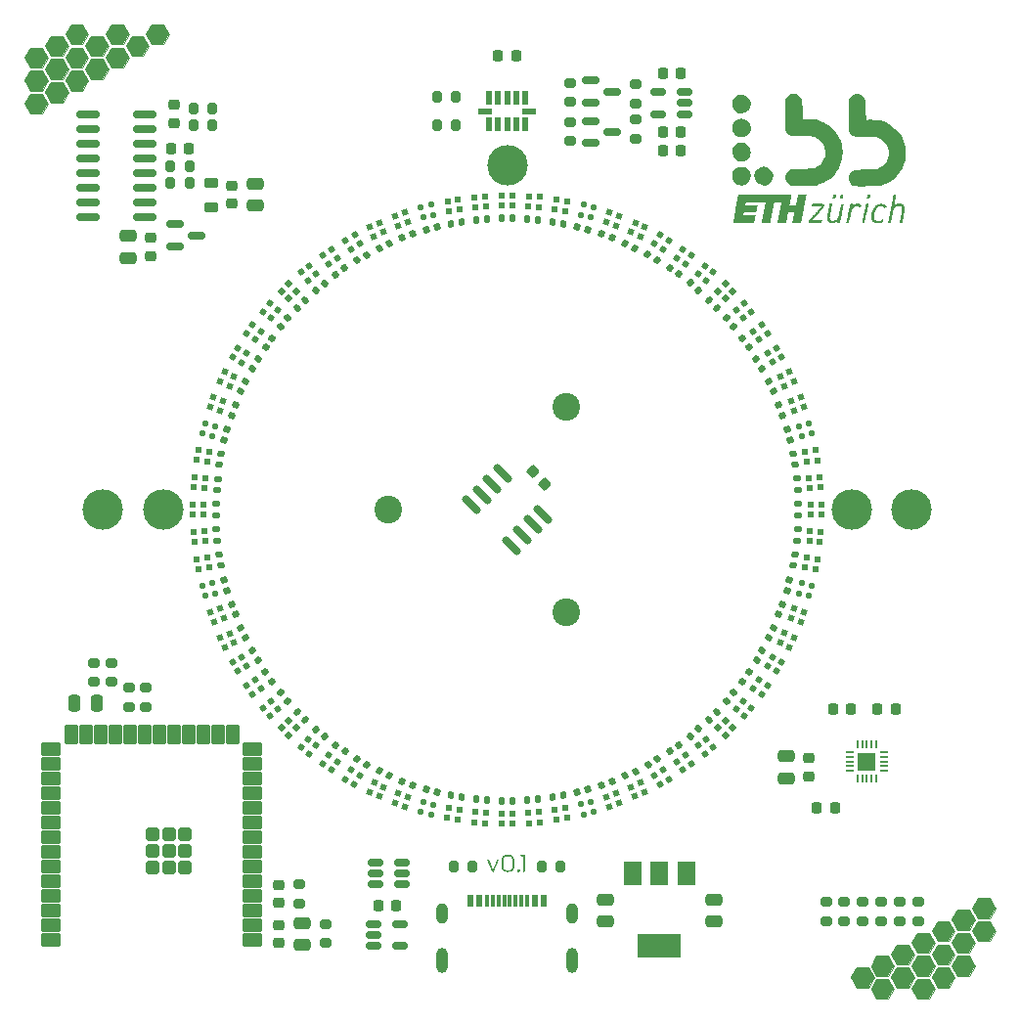
<source format=gbr>
%TF.GenerationSoftware,KiCad,Pcbnew,9.0.1*%
%TF.CreationDate,2025-04-25T15:08:37+02:00*%
%TF.ProjectId,view_base,76696577-5f62-4617-9365-2e6b69636164,0.1.0*%
%TF.SameCoordinates,Original*%
%TF.FileFunction,Soldermask,Top*%
%TF.FilePolarity,Negative*%
%FSLAX46Y46*%
G04 Gerber Fmt 4.6, Leading zero omitted, Abs format (unit mm)*
G04 Created by KiCad (PCBNEW 9.0.1) date 2025-04-25 15:08:37*
%MOMM*%
%LPD*%
G01*
G04 APERTURE LIST*
G04 Aperture macros list*
%AMRoundRect*
0 Rectangle with rounded corners*
0 $1 Rounding radius*
0 $2 $3 $4 $5 $6 $7 $8 $9 X,Y pos of 4 corners*
0 Add a 4 corners polygon primitive as box body*
4,1,4,$2,$3,$4,$5,$6,$7,$8,$9,$2,$3,0*
0 Add four circle primitives for the rounded corners*
1,1,$1+$1,$2,$3*
1,1,$1+$1,$4,$5*
1,1,$1+$1,$6,$7*
1,1,$1+$1,$8,$9*
0 Add four rect primitives between the rounded corners*
20,1,$1+$1,$2,$3,$4,$5,0*
20,1,$1+$1,$4,$5,$6,$7,0*
20,1,$1+$1,$6,$7,$8,$9,0*
20,1,$1+$1,$8,$9,$2,$3,0*%
%AMRotRect*
0 Rectangle, with rotation*
0 The origin of the aperture is its center*
0 $1 length*
0 $2 width*
0 $3 Rotation angle, in degrees counterclockwise*
0 Add horizontal line*
21,1,$1,$2,0,0,$3*%
G04 Aperture macros list end*
%ADD10C,0.100000*%
%ADD11C,0.300000*%
%ADD12C,0.000000*%
%ADD13C,2.400000*%
%ADD14C,3.500000*%
%ADD15R,0.600000X1.090000*%
%ADD16R,0.300000X1.090000*%
%ADD17O,1.000000X1.800000*%
%ADD18O,1.000000X2.200000*%
%ADD19RoundRect,0.200000X0.200000X0.275000X-0.200000X0.275000X-0.200000X-0.275000X0.200000X-0.275000X0*%
%ADD20RoundRect,0.200000X-0.200000X-0.275000X0.200000X-0.275000X0.200000X0.275000X-0.200000X0.275000X0*%
%ADD21RoundRect,0.250000X-0.475000X0.250000X-0.475000X-0.250000X0.475000X-0.250000X0.475000X0.250000X0*%
%ADD22RoundRect,0.225000X-0.250000X0.225000X-0.250000X-0.225000X0.250000X-0.225000X0.250000X0.225000X0*%
%ADD23RoundRect,0.225000X-0.225000X-0.250000X0.225000X-0.250000X0.225000X0.250000X-0.225000X0.250000X0*%
%ADD24RoundRect,0.250000X0.475000X-0.250000X0.475000X0.250000X-0.475000X0.250000X-0.475000X-0.250000X0*%
%ADD25RoundRect,0.225000X0.225000X0.250000X-0.225000X0.250000X-0.225000X-0.250000X0.225000X-0.250000X0*%
%ADD26RoundRect,0.150000X-0.587500X-0.150000X0.587500X-0.150000X0.587500X0.150000X-0.587500X0.150000X0*%
%ADD27RoundRect,0.250000X0.250000X0.475000X-0.250000X0.475000X-0.250000X-0.475000X0.250000X-0.475000X0*%
%ADD28RoundRect,0.150000X-0.512500X-0.150000X0.512500X-0.150000X0.512500X0.150000X-0.512500X0.150000X0*%
%ADD29RoundRect,0.218750X-0.381250X0.218750X-0.381250X-0.218750X0.381250X-0.218750X0.381250X0.218750X0*%
%ADD30RoundRect,0.050000X0.050000X-0.300000X0.050000X0.300000X-0.050000X0.300000X-0.050000X-0.300000X0*%
%ADD31RoundRect,0.050000X0.300000X-0.050000X0.300000X0.050000X-0.300000X0.050000X-0.300000X-0.050000X0*%
%ADD32R,1.500000X1.500000*%
%ADD33RoundRect,0.200000X0.275000X-0.200000X0.275000X0.200000X-0.275000X0.200000X-0.275000X-0.200000X0*%
%ADD34RoundRect,0.150000X0.689429X-0.477297X-0.477297X0.689429X-0.689429X0.477297X0.477297X-0.689429X0*%
%ADD35RoundRect,0.225000X-0.335876X-0.017678X-0.017678X-0.335876X0.335876X0.017678X0.017678X0.335876X0*%
%ADD36RoundRect,0.200000X-0.275000X0.200000X-0.275000X-0.200000X0.275000X-0.200000X0.275000X0.200000X0*%
%ADD37RoundRect,0.150000X0.825000X0.150000X-0.825000X0.150000X-0.825000X-0.150000X0.825000X-0.150000X0*%
%ADD38RoundRect,0.225000X0.250000X-0.225000X0.250000X0.225000X-0.250000X0.225000X-0.250000X-0.225000X0*%
%ADD39RoundRect,0.140000X-0.219557X0.017173X-0.058955X-0.212189X0.219557X-0.017173X0.058955X0.212189X0*%
%ADD40RoundRect,0.150000X0.512500X0.150000X-0.512500X0.150000X-0.512500X-0.150000X0.512500X-0.150000X0*%
%ADD41RotRect,0.500000X0.500000X280.000000*%
%ADD42RoundRect,0.140000X-0.219203X-0.021213X-0.021213X-0.219203X0.219203X0.021213X0.021213X0.219203X0*%
%ADD43RotRect,0.500000X0.500000X230.000000*%
%ADD44R,0.500000X0.500000*%
%ADD45RotRect,0.500000X0.500000X85.000000*%
%ADD46RotRect,0.500000X0.500000X220.000000*%
%ADD47RotRect,0.500000X0.500000X30.000000*%
%ADD48RotRect,0.500000X0.500000X290.000000*%
%ADD49RoundRect,0.140000X0.073414X0.207631X-0.189700X0.111865X-0.073414X-0.207631X0.189700X-0.111865X0*%
%ADD50RotRect,0.500000X0.500000X145.000000*%
%ADD51RoundRect,0.140000X-0.200442X0.091230X-0.127973X-0.179229X0.200442X-0.091230X0.127973X0.179229X0*%
%ADD52RoundRect,0.140000X-0.207631X0.073414X-0.111865X-0.189700X0.207631X-0.073414X0.111865X0.189700X0*%
%ADD53RotRect,0.500000X0.500000X100.000000*%
%ADD54RotRect,0.500000X0.500000X165.000000*%
%ADD55RotRect,0.500000X0.500000X195.000000*%
%ADD56RoundRect,0.140000X-0.198728X-0.094906X0.055038X-0.213239X0.198728X0.094906X-0.055038X0.213239X0*%
%ADD57RoundRect,0.140000X0.220218X0.002028X0.040237X0.216520X-0.220218X-0.002028X-0.040237X-0.216520X0*%
%ADD58RoundRect,0.140000X-0.021213X0.219203X-0.219203X0.021213X0.021213X-0.219203X0.219203X-0.021213X0*%
%ADD59RoundRect,0.140000X0.198728X0.094906X-0.055038X0.213239X-0.198728X-0.094906X0.055038X-0.213239X0*%
%ADD60RotRect,0.500000X0.500000X205.000000*%
%ADD61RotRect,0.500000X0.500000X350.000000*%
%ADD62RoundRect,0.140000X0.206244X0.077224X-0.036244X0.217224X-0.206244X-0.077224X0.036244X-0.217224X0*%
%ADD63RotRect,0.500000X0.500000X25.000000*%
%ADD64RoundRect,0.140000X-0.017173X-0.219557X0.212189X-0.058955X0.017173X0.219557X-0.212189X0.058955X0*%
%ADD65RoundRect,0.140000X-0.127973X0.179229X-0.200442X-0.091230X0.127973X-0.179229X0.200442X0.091230X0*%
%ADD66RotRect,0.500000X0.500000X255.000000*%
%ADD67RoundRect,0.140000X0.167393X0.143107X-0.108353X0.191728X-0.167393X-0.143107X0.108353X-0.191728X0*%
%ADD68RoundRect,0.140000X-0.216520X-0.040237X-0.002028X-0.220218X0.216520X0.040237X0.002028X0.220218X0*%
%ADD69RotRect,0.500000X0.500000X215.000000*%
%ADD70RoundRect,0.140000X-0.124651X-0.181555X0.154284X-0.157151X0.124651X0.181555X-0.154284X0.157151X0*%
%ADD71RoundRect,0.140000X0.157151X-0.154284X0.181555X0.124651X-0.157151X0.154284X-0.181555X-0.124651X0*%
%ADD72RotRect,0.500000X0.500000X55.000000*%
%ADD73RotRect,0.500000X0.500000X50.000000*%
%ADD74RotRect,0.500000X0.500000X170.000000*%
%ADD75RoundRect,0.140000X0.216520X0.040237X0.002028X0.220218X-0.216520X-0.040237X-0.002028X-0.220218X0*%
%ADD76RoundRect,0.140000X0.189700X0.111865X-0.073414X0.207631X-0.189700X-0.111865X0.073414X-0.207631X0*%
%ADD77RotRect,0.500000X0.500000X75.000000*%
%ADD78RoundRect,0.140000X-0.181555X0.124651X-0.157151X-0.154284X0.181555X-0.124651X0.157151X0.154284X0*%
%ADD79RotRect,0.500000X0.500000X140.000000*%
%ADD80RotRect,0.500000X0.500000X355.000000*%
%ADD81RotRect,0.500000X0.500000X60.000000*%
%ADD82RoundRect,0.140000X0.002028X-0.220218X0.216520X-0.040237X-0.002028X0.220218X-0.216520X0.040237X0*%
%ADD83RoundRect,0.140000X-0.167393X-0.143107X0.108353X-0.191728X0.167393X0.143107X-0.108353X0.191728X0*%
%ADD84RotRect,0.500000X0.500000X245.000000*%
%ADD85RoundRect,0.140000X0.217224X-0.036244X0.077224X0.206244X-0.217224X0.036244X-0.077224X-0.206244X0*%
%ADD86RotRect,0.500000X0.500000X35.000000*%
%ADD87RotRect,0.500000X0.500000X15.000000*%
%ADD88RotRect,0.500000X0.500000X235.000000*%
%ADD89RoundRect,0.140000X-0.157151X0.154284X-0.181555X-0.124651X0.157151X-0.154284X0.181555X0.124651X0*%
%ADD90RotRect,0.500000X0.500000X225.000000*%
%ADD91RotRect,0.500000X0.500000X130.000000*%
%ADD92R,0.500000X1.150000*%
%ADD93R,1.150000X0.500000*%
%ADD94RotRect,0.500000X0.500000X210.000000*%
%ADD95RoundRect,0.140000X-0.073414X-0.207631X0.189700X-0.111865X0.073414X0.207631X-0.189700X0.111865X0*%
%ADD96RoundRect,0.140000X-0.077224X0.206244X-0.217224X-0.036244X0.077224X-0.206244X0.217224X0.036244X0*%
%ADD97RoundRect,0.140000X-0.143107X0.167393X-0.191728X-0.108353X0.143107X-0.167393X0.191728X0.108353X0*%
%ADD98RotRect,0.500000X0.500000X120.000000*%
%ADD99RotRect,0.500000X0.500000X20.000000*%
%ADD100RotRect,0.500000X0.500000X95.000000*%
%ADD101RotRect,0.500000X0.500000X65.000000*%
%ADD102RotRect,0.500000X0.500000X325.000000*%
%ADD103RoundRect,0.140000X-0.094906X0.198728X-0.213239X-0.055038X0.094906X-0.198728X0.213239X0.055038X0*%
%ADD104RoundRect,0.140000X0.213239X-0.055038X0.094906X0.198728X-0.213239X0.055038X-0.094906X-0.198728X0*%
%ADD105R,1.500000X2.000000*%
%ADD106R,3.800000X2.000000*%
%ADD107RoundRect,0.140000X-0.191728X0.108353X-0.143107X-0.167393X0.191728X-0.108353X0.143107X0.167393X0*%
%ADD108RoundRect,0.140000X0.219557X-0.017173X0.058955X0.212189X-0.219557X0.017173X-0.058955X-0.212189X0*%
%ADD109RoundRect,0.140000X0.181555X-0.124651X0.157151X0.154284X-0.181555X0.124651X-0.157151X-0.154284X0*%
%ADD110RotRect,0.500000X0.500000X320.000000*%
%ADD111RotRect,0.500000X0.500000X330.000000*%
%ADD112RoundRect,0.140000X-0.212189X-0.058955X0.017173X-0.219557X0.212189X0.058955X-0.017173X0.219557X0*%
%ADD113RoundRect,0.140000X0.108353X0.191728X-0.167393X0.143107X-0.108353X-0.191728X0.167393X-0.143107X0*%
%ADD114RoundRect,0.140000X-0.002028X0.220218X-0.216520X0.040237X0.002028X-0.220218X0.216520X-0.040237X0*%
%ADD115RotRect,0.500000X0.500000X150.000000*%
%ADD116RoundRect,0.140000X-0.170000X0.140000X-0.170000X-0.140000X0.170000X-0.140000X0.170000X0.140000X0*%
%ADD117RotRect,0.500000X0.500000X295.000000*%
%ADD118RotRect,0.500000X0.500000X160.000000*%
%ADD119RoundRect,0.140000X-0.055038X-0.213239X0.198728X-0.094906X0.055038X0.213239X-0.198728X0.094906X0*%
%ADD120RoundRect,0.140000X-0.213239X0.055038X-0.094906X-0.198728X0.213239X-0.055038X0.094906X0.198728X0*%
%ADD121RotRect,0.500000X0.500000X135.000000*%
%ADD122RoundRect,0.140000X0.143107X-0.167393X0.191728X0.108353X-0.143107X0.167393X-0.191728X-0.108353X0*%
%ADD123RoundRect,0.140000X0.094906X-0.198728X0.213239X0.055038X-0.094906X0.198728X-0.213239X-0.055038X0*%
%ADD124RotRect,0.500000X0.500000X250.000000*%
%ADD125RotRect,0.500000X0.500000X315.000000*%
%ADD126RoundRect,0.140000X-0.206244X-0.077224X0.036244X-0.217224X0.206244X0.077224X-0.036244X0.217224X0*%
%ADD127RoundRect,0.225000X-0.225000X-0.250000X0.225000X-0.250000X0.225000X0.250000X-0.225000X0.250000X0*%
%ADD128RoundRect,0.140000X0.040237X-0.216520X0.220218X-0.002028X-0.040237X0.216520X-0.220218X0.002028X0*%
%ADD129RotRect,0.500000X0.500000X80.000000*%
%ADD130RotRect,0.500000X0.500000X240.000000*%
%ADD131RotRect,0.500000X0.500000X10.000000*%
%ADD132RotRect,0.500000X0.500000X115.000000*%
%ADD133RotRect,0.500000X0.500000X335.000000*%
%ADD134RoundRect,0.140000X0.191728X-0.108353X0.143107X0.167393X-0.191728X0.108353X-0.143107X-0.167393X0*%
%ADD135RoundRect,0.140000X0.140000X0.170000X-0.140000X0.170000X-0.140000X-0.170000X0.140000X-0.170000X0*%
%ADD136RoundRect,0.140000X0.207631X-0.073414X0.111865X0.189700X-0.207631X0.073414X-0.111865X-0.189700X0*%
%ADD137RoundRect,0.140000X0.179229X0.127973X-0.091230X0.200442X-0.179229X-0.127973X0.091230X-0.200442X0*%
%ADD138RoundRect,0.140000X0.058955X-0.212189X0.219557X0.017173X-0.058955X0.212189X-0.219557X-0.017173X0*%
%ADD139RoundRect,0.140000X0.212189X0.058955X-0.017173X0.219557X-0.212189X-0.058955X0.017173X-0.219557X0*%
%ADD140RoundRect,0.140000X-0.154284X-0.157151X0.124651X-0.181555X0.154284X0.157151X-0.124651X0.181555X0*%
%ADD141RotRect,0.500000X0.500000X175.000000*%
%ADD142RotRect,0.500000X0.500000X300.000000*%
%ADD143RotRect,0.500000X0.500000X260.000000*%
%ADD144RoundRect,0.140000X-0.220218X-0.002028X-0.040237X-0.216520X0.220218X0.002028X0.040237X0.216520X0*%
%ADD145RoundRect,0.140000X0.021213X-0.219203X0.219203X-0.021213X-0.021213X0.219203X-0.219203X0.021213X0*%
%ADD146RotRect,0.500000X0.500000X310.000000*%
%ADD147RoundRect,0.140000X0.111865X-0.189700X0.207631X0.073414X-0.111865X0.189700X-0.207631X-0.073414X0*%
%ADD148RotRect,0.500000X0.500000X340.000000*%
%ADD149RotRect,0.500000X0.500000X110.000000*%
%ADD150RoundRect,0.140000X0.154284X0.157151X-0.124651X0.181555X-0.154284X-0.157151X0.124651X-0.181555X0*%
%ADD151RotRect,0.500000X0.500000X265.000000*%
%ADD152RoundRect,0.140000X0.077224X-0.206244X0.217224X0.036244X-0.077224X0.206244X-0.217224X-0.036244X0*%
%ADD153RotRect,0.500000X0.500000X200.000000*%
%ADD154RoundRect,0.140000X0.127973X-0.179229X0.200442X0.091230X-0.127973X0.179229X-0.200442X-0.091230X0*%
%ADD155RotRect,0.500000X0.500000X45.000000*%
%ADD156RoundRect,0.140000X0.200442X-0.091230X0.127973X0.179229X-0.200442X0.091230X-0.127973X-0.179229X0*%
%ADD157RoundRect,0.140000X0.170000X-0.140000X0.170000X0.140000X-0.170000X0.140000X-0.170000X-0.140000X0*%
%ADD158RotRect,0.500000X0.500000X70.000000*%
%ADD159RoundRect,0.140000X-0.111865X0.189700X-0.207631X-0.073414X0.111865X-0.189700X0.207631X0.073414X0*%
%ADD160RotRect,0.500000X0.500000X105.000000*%
%ADD161RoundRect,0.140000X-0.040237X0.216520X-0.220218X0.002028X0.040237X-0.216520X0.220218X-0.002028X0*%
%ADD162RotRect,0.500000X0.500000X5.000000*%
%ADD163RoundRect,0.140000X-0.189700X-0.111865X0.073414X-0.207631X0.189700X0.111865X-0.073414X0.207631X0*%
%ADD164RotRect,0.500000X0.500000X305.000000*%
%ADD165RoundRect,0.140000X0.124651X0.181555X-0.154284X0.157151X-0.124651X-0.181555X0.154284X-0.157151X0*%
%ADD166RoundRect,0.140000X-0.108353X-0.191728X0.167393X-0.143107X0.108353X0.191728X-0.167393X0.143107X0*%
%ADD167RoundRect,0.140000X-0.217224X0.036244X-0.077224X-0.206244X0.217224X-0.036244X0.077224X0.206244X0*%
%ADD168RoundRect,0.102000X0.750000X0.450000X-0.750000X0.450000X-0.750000X-0.450000X0.750000X-0.450000X0*%
%ADD169RoundRect,0.102000X0.450000X0.750000X-0.450000X0.750000X-0.450000X-0.750000X0.450000X-0.750000X0*%
%ADD170RoundRect,0.102000X0.450000X0.450000X-0.450000X0.450000X-0.450000X-0.450000X0.450000X-0.450000X0*%
%ADD171RoundRect,0.140000X0.219203X0.021213X0.021213X0.219203X-0.219203X-0.021213X-0.021213X-0.219203X0*%
%ADD172RotRect,0.500000X0.500000X125.000000*%
%ADD173RotRect,0.500000X0.500000X155.000000*%
%ADD174RoundRect,0.140000X-0.091230X-0.200442X0.179229X-0.127973X0.091230X0.200442X-0.179229X0.127973X0*%
%ADD175RotRect,0.500000X0.500000X345.000000*%
%ADD176RotRect,0.500000X0.500000X285.000000*%
%ADD177RoundRect,0.140000X-0.179229X-0.127973X0.091230X-0.200442X0.179229X0.127973X-0.091230X0.200442X0*%
%ADD178RoundRect,0.140000X-0.036244X-0.217224X0.206244X-0.077224X0.036244X0.217224X-0.206244X0.077224X0*%
%ADD179RoundRect,0.140000X0.017173X0.219557X-0.212189X0.058955X-0.017173X-0.219557X0.212189X-0.058955X0*%
%ADD180RotRect,0.500000X0.500000X185.000000*%
%ADD181RoundRect,0.140000X0.055038X0.213239X-0.198728X0.094906X-0.055038X-0.213239X0.198728X-0.094906X0*%
%ADD182RoundRect,0.140000X-0.140000X-0.170000X0.140000X-0.170000X0.140000X0.170000X-0.140000X0.170000X0*%
%ADD183RoundRect,0.140000X0.036244X0.217224X-0.206244X0.077224X-0.036244X-0.217224X0.206244X-0.077224X0*%
%ADD184RotRect,0.500000X0.500000X40.000000*%
%ADD185RotRect,0.500000X0.500000X275.000000*%
%ADD186RotRect,0.500000X0.500000X190.000000*%
%ADD187RoundRect,0.140000X-0.058955X0.212189X-0.219557X-0.017173X0.058955X-0.212189X0.219557X0.017173X0*%
%ADD188RoundRect,0.140000X0.091230X0.200442X-0.179229X0.127973X-0.091230X-0.200442X0.179229X-0.127973X0*%
G04 APERTURE END LIST*
D10*
X105749992Y-64000005D02*
X106250005Y-64866027D01*
X105750007Y-65732045D01*
X104749997Y-65732053D01*
X104249999Y-64866027D01*
X104750002Y-64000004D01*
X105749992Y-64000005D01*
G36*
X105749992Y-64000005D02*
G01*
X106250005Y-64866027D01*
X105750007Y-65732045D01*
X104749997Y-65732053D01*
X104249999Y-64866027D01*
X104750002Y-64000004D01*
X105749992Y-64000005D01*
G37*
X106249996Y-62866020D02*
X105750004Y-63732048D01*
X104749993Y-63732049D01*
X104249997Y-62866025D01*
X104750003Y-62000004D01*
X105749999Y-62000000D01*
X106249996Y-62866020D01*
G36*
X106249996Y-62866020D02*
G01*
X105750004Y-63732048D01*
X104749993Y-63732049D01*
X104249997Y-62866025D01*
X104750003Y-62000004D01*
X105749999Y-62000000D01*
X106249996Y-62866020D01*
G37*
X181249996Y-138499996D02*
X180749994Y-139366019D01*
X179749998Y-139366017D01*
X179249997Y-138499994D01*
X179749995Y-137633968D01*
X180750002Y-137633964D01*
X181249996Y-138499996D01*
G36*
X181249996Y-138499996D02*
G01*
X180749994Y-139366019D01*
X179749998Y-139366017D01*
X179249997Y-138499994D01*
X179749995Y-137633968D01*
X180750002Y-137633964D01*
X181249996Y-138499996D01*
G37*
X107499997Y-63000003D02*
X108000000Y-63866029D01*
X107499998Y-64732051D01*
X106499992Y-64732046D01*
X105999999Y-63866020D01*
X106499998Y-63000000D01*
X107499997Y-63000003D01*
G36*
X107499997Y-63000003D02*
G01*
X108000000Y-63866029D01*
X107499998Y-64732051D01*
X106499992Y-64732046D01*
X105999999Y-63866020D01*
X106499998Y-63000000D01*
X107499997Y-63000003D01*
G37*
X107500003Y-59000004D02*
X107999996Y-59866027D01*
X107500002Y-60732045D01*
X106499995Y-60732046D01*
X105999995Y-59866017D01*
X106499999Y-59000003D01*
X107500003Y-59000004D01*
G36*
X107500003Y-59000004D02*
G01*
X107999996Y-59866027D01*
X107500002Y-60732045D01*
X106499995Y-60732046D01*
X105999995Y-59866017D01*
X106499999Y-59000003D01*
X107500003Y-59000004D01*
G37*
X107499996Y-61000007D02*
X108000003Y-61866031D01*
X107500004Y-62732050D01*
X106499997Y-62732049D01*
X105999995Y-61866020D01*
X106499997Y-61000003D01*
X107499996Y-61000007D01*
G36*
X107499996Y-61000007D02*
G01*
X108000003Y-61866031D01*
X107500004Y-62732050D01*
X106499997Y-62732049D01*
X105999995Y-61866020D01*
X106499997Y-61000003D01*
X107499996Y-61000007D01*
G37*
X109250004Y-60000001D02*
X109749990Y-60866028D01*
X109250007Y-61732055D01*
X108249992Y-61732049D01*
X107749998Y-60866016D01*
X108250002Y-60000000D01*
X109250004Y-60000001D01*
G36*
X109250004Y-60000001D02*
G01*
X109749990Y-60866028D01*
X109250007Y-61732055D01*
X108249992Y-61732049D01*
X107749998Y-60866016D01*
X108250002Y-60000000D01*
X109250004Y-60000001D01*
G37*
X185999998Y-136633972D02*
X186500000Y-137499996D01*
X185999995Y-138366020D01*
X184999995Y-138366017D01*
X184499996Y-137499994D01*
X184999992Y-136633969D01*
X185999998Y-136633972D01*
G36*
X185999998Y-136633972D02*
G01*
X186500000Y-137499996D01*
X185999995Y-138366020D01*
X184999995Y-138366017D01*
X184499996Y-137499994D01*
X184999992Y-136633969D01*
X185999998Y-136633972D01*
G37*
X186499997Y-139500000D02*
X185999998Y-140366016D01*
X184999995Y-140366018D01*
X184499998Y-139499991D01*
X184999989Y-138633967D01*
X186000000Y-138633965D01*
X186499997Y-139500000D01*
G36*
X186499997Y-139500000D02*
G01*
X185999998Y-140366016D01*
X184999995Y-140366018D01*
X184499998Y-139499991D01*
X184999989Y-138633967D01*
X186000000Y-138633965D01*
X186499997Y-139500000D01*
G37*
X184749996Y-136499998D02*
X184249996Y-137366014D01*
X183249999Y-137366013D01*
X182749994Y-136499993D01*
X183249991Y-135633969D01*
X184249998Y-135633969D01*
X184749996Y-136499998D01*
G36*
X184749996Y-136499998D02*
G01*
X184249996Y-137366014D01*
X183249999Y-137366013D01*
X182749994Y-136499993D01*
X183249991Y-135633969D01*
X184249998Y-135633969D01*
X184749996Y-136499998D01*
G37*
X112749997Y-60000002D02*
X113250003Y-60866028D01*
X112750004Y-61732048D01*
X111749999Y-61732050D01*
X111250000Y-60866025D01*
X111749999Y-60000000D01*
X112749997Y-60000002D01*
G36*
X112749997Y-60000002D02*
G01*
X113250003Y-60866028D01*
X112750004Y-61732048D01*
X111749999Y-61732050D01*
X111250000Y-60866025D01*
X111749999Y-60000000D01*
X112749997Y-60000002D01*
G37*
X181250001Y-140499994D02*
X180749995Y-141366017D01*
X179749999Y-141366018D01*
X179249995Y-140499995D01*
X179749992Y-139633971D01*
X180750001Y-139633964D01*
X181250001Y-140499994D01*
G36*
X181250001Y-140499994D02*
G01*
X180749995Y-141366017D01*
X179749999Y-141366018D01*
X179249995Y-140499995D01*
X179749992Y-139633971D01*
X180750001Y-139633964D01*
X181250001Y-140499994D01*
G37*
X186499995Y-135499994D02*
X185999996Y-136366016D01*
X184999997Y-136366013D01*
X184499994Y-135499994D01*
X184999994Y-134633968D01*
X186000000Y-134633966D01*
X186499995Y-135499994D01*
G36*
X186499995Y-135499994D02*
G01*
X185999996Y-136366016D01*
X184999997Y-136366013D01*
X184499994Y-135499994D01*
X184999994Y-134633968D01*
X186000000Y-134633966D01*
X186499995Y-135499994D01*
G37*
X188249999Y-136499993D02*
X187749994Y-137366016D01*
X186749996Y-137366013D01*
X186249999Y-136499994D01*
X186749993Y-135633971D01*
X187749997Y-135633968D01*
X188249999Y-136499993D01*
G36*
X188249999Y-136499993D02*
G01*
X187749994Y-137366016D01*
X186749996Y-137366013D01*
X186249999Y-136499994D01*
X186749993Y-135633971D01*
X187749997Y-135633968D01*
X188249999Y-136499993D01*
G37*
X179499996Y-141499993D02*
X178999992Y-142366016D01*
X177999999Y-142366016D01*
X177499996Y-141499993D01*
X177999990Y-140633971D01*
X179000000Y-140633969D01*
X179499996Y-141499993D01*
G36*
X179499996Y-141499993D02*
G01*
X178999992Y-142366016D01*
X177999999Y-142366016D01*
X177499996Y-141499993D01*
X177999990Y-140633971D01*
X179000000Y-140633969D01*
X179499996Y-141499993D01*
G37*
X182999997Y-141499994D02*
X182499997Y-142366019D01*
X181499996Y-142366017D01*
X180999996Y-141499993D01*
X181499987Y-140633972D01*
X182499998Y-140633967D01*
X182999997Y-141499994D01*
G36*
X182999997Y-141499994D02*
G01*
X182499997Y-142366019D01*
X181499996Y-142366017D01*
X180999996Y-141499993D01*
X181499987Y-140633972D01*
X182499998Y-140633967D01*
X182999997Y-141499994D01*
G37*
X109249994Y-58000003D02*
X109749999Y-58866027D01*
X109249999Y-59732048D01*
X108249995Y-59732048D01*
X107750004Y-58866020D01*
X108249998Y-58000000D01*
X109249994Y-58000003D01*
G36*
X109249994Y-58000003D02*
G01*
X109749999Y-58866027D01*
X109249999Y-59732048D01*
X108249995Y-59732048D01*
X107750004Y-58866020D01*
X108249998Y-58000000D01*
X109249994Y-58000003D01*
G37*
X182999999Y-137499994D02*
X182499996Y-138366017D01*
X181499997Y-138366016D01*
X181000000Y-137499992D01*
X181499991Y-136633969D01*
X182500001Y-136633969D01*
X182999999Y-137499994D01*
G36*
X182999999Y-137499994D02*
G01*
X182499996Y-138366017D01*
X181499997Y-138366016D01*
X181000000Y-137499992D01*
X181499991Y-136633969D01*
X182500001Y-136633969D01*
X182999999Y-137499994D01*
G37*
X111500001Y-59866027D02*
X111000004Y-60732055D01*
X109999998Y-60732054D01*
X109500000Y-59866022D01*
X109999999Y-59000006D01*
X110999997Y-59000005D01*
X111500001Y-59866027D01*
G36*
X111500001Y-59866027D02*
G01*
X111000004Y-60732055D01*
X109999998Y-60732054D01*
X109500000Y-59866022D01*
X109999999Y-59000006D01*
X110999997Y-59000005D01*
X111500001Y-59866027D01*
G37*
X109249999Y-61999998D02*
X109749997Y-62866023D01*
X109250007Y-63732049D01*
X108249994Y-63732047D01*
X107750001Y-62866020D01*
X108250001Y-61999994D01*
X109249999Y-61999998D01*
G36*
X109249999Y-61999998D02*
G01*
X109749997Y-62866023D01*
X109250007Y-63732049D01*
X108249994Y-63732047D01*
X107750001Y-62866020D01*
X108250001Y-61999994D01*
X109249999Y-61999998D01*
G37*
X110999993Y-61000001D02*
X111499993Y-61866026D01*
X111000007Y-62732045D01*
X109999997Y-62732049D01*
X109499997Y-61866019D01*
X109999996Y-60999998D01*
X110999993Y-61000001D01*
G36*
X110999993Y-61000001D02*
G01*
X111499993Y-61866026D01*
X111000007Y-62732045D01*
X109999997Y-62732049D01*
X109499997Y-61866019D01*
X109999996Y-60999998D01*
X110999993Y-61000001D01*
G37*
X112749998Y-58000004D02*
X113250001Y-58866031D01*
X112750005Y-59732049D01*
X111749996Y-59732046D01*
X111249995Y-58866019D01*
X111750000Y-58000003D01*
X112749998Y-58000004D01*
G36*
X112749998Y-58000004D02*
G01*
X113250001Y-58866031D01*
X112750005Y-59732049D01*
X111749996Y-59732046D01*
X111249995Y-58866019D01*
X111750000Y-58000003D01*
X112749998Y-58000004D01*
G37*
X184749996Y-140499993D02*
X184250001Y-141366017D01*
X183250001Y-141366018D01*
X182749999Y-140499993D01*
X183249991Y-139633969D01*
X184250002Y-139633968D01*
X184749996Y-140499993D01*
G36*
X184749996Y-140499993D02*
G01*
X184250001Y-141366017D01*
X183250001Y-141366018D01*
X182749999Y-140499993D01*
X183249991Y-139633969D01*
X184250002Y-139633968D01*
X184749996Y-140499993D01*
G37*
X182999998Y-139499995D02*
X182499991Y-140366019D01*
X181499994Y-140366016D01*
X180999991Y-139499990D01*
X181499992Y-138633967D01*
X182499999Y-138633966D01*
X182999998Y-139499995D01*
G36*
X182999998Y-139499995D02*
G01*
X182499991Y-140366019D01*
X181499994Y-140366016D01*
X180999991Y-139499990D01*
X181499992Y-138633967D01*
X182499999Y-138633966D01*
X182999998Y-139499995D01*
G37*
X105750000Y-60000005D02*
X106249998Y-60866025D01*
X105750002Y-61732050D01*
X104749993Y-61732044D01*
X104250004Y-60866023D01*
X104749998Y-60000003D01*
X105750000Y-60000005D01*
G36*
X105750000Y-60000005D02*
G01*
X106249998Y-60866025D01*
X105750002Y-61732050D01*
X104749993Y-61732044D01*
X104250004Y-60866023D01*
X104749998Y-60000003D01*
X105750000Y-60000005D01*
G37*
X177749993Y-140499993D02*
X177249993Y-141366019D01*
X176249999Y-141366014D01*
X175749996Y-140499993D01*
X176249989Y-139633972D01*
X177249999Y-139633968D01*
X177749993Y-140499993D01*
G36*
X177749993Y-140499993D02*
G01*
X177249993Y-141366019D01*
X176249999Y-141366014D01*
X175749996Y-140499993D01*
X176249989Y-139633972D01*
X177249999Y-139633968D01*
X177749993Y-140499993D01*
G37*
X179500000Y-139499992D02*
X178999995Y-140366018D01*
X177999999Y-140366014D01*
X177499995Y-139499995D01*
X177999996Y-138633969D01*
X179000002Y-138633968D01*
X179500000Y-139499992D01*
G36*
X179500000Y-139499992D02*
G01*
X178999995Y-140366018D01*
X177999999Y-140366014D01*
X177499995Y-139499995D01*
X177999996Y-138633969D01*
X179000002Y-138633968D01*
X179500000Y-139499992D01*
G37*
X116249998Y-58000008D02*
X116750001Y-58866024D01*
X116249998Y-59732050D01*
X115249994Y-59732052D01*
X114749999Y-58866023D01*
X115249999Y-58000002D01*
X116249998Y-58000008D01*
G36*
X116249998Y-58000008D02*
G01*
X116750001Y-58866024D01*
X116249998Y-59732050D01*
X115249994Y-59732052D01*
X114749999Y-58866023D01*
X115249999Y-58000002D01*
X116249998Y-58000008D01*
G37*
X114499994Y-58999997D02*
X115000000Y-59866028D01*
X114500002Y-60732051D01*
X113499996Y-60732045D01*
X113000000Y-59866024D01*
X113499998Y-58999996D01*
X114499994Y-58999997D01*
G36*
X114499994Y-58999997D02*
G01*
X115000000Y-59866028D01*
X114500002Y-60732051D01*
X113499996Y-60732045D01*
X113000000Y-59866024D01*
X113499998Y-58999996D01*
X114499994Y-58999997D01*
G37*
X184749999Y-138499991D02*
X184249993Y-139366020D01*
X183249997Y-139366016D01*
X182749995Y-138499994D01*
X183249991Y-137633969D01*
X184250001Y-137633966D01*
X184749999Y-138499991D01*
G36*
X184749999Y-138499991D02*
G01*
X184249993Y-139366020D01*
X183249997Y-139366016D01*
X182749995Y-138499994D01*
X183249991Y-137633969D01*
X184250001Y-137633966D01*
X184749999Y-138499991D01*
G37*
X188249997Y-134499996D02*
X187749996Y-135366016D01*
X186750001Y-135366019D01*
X186249997Y-134499990D01*
X186749994Y-133633970D01*
X187749999Y-133633968D01*
X188249997Y-134499996D01*
G36*
X188249997Y-134499996D02*
G01*
X187749996Y-135366016D01*
X186750001Y-135366019D01*
X186249997Y-134499990D01*
X186749994Y-133633970D01*
X187749999Y-133633968D01*
X188249997Y-134499996D01*
G37*
D11*
G36*
X144790945Y-131363867D02*
G01*
X144765987Y-131360318D01*
X144743135Y-131349671D01*
X144724397Y-131333418D01*
X144712543Y-131313767D01*
X144299925Y-130284100D01*
X144336701Y-130273608D01*
X144370908Y-130270270D01*
X144424240Y-130279369D01*
X144461611Y-130304628D01*
X144487046Y-130347756D01*
X144785633Y-131136263D01*
X144756873Y-131214391D01*
X144762002Y-131216406D01*
X145092646Y-130347756D01*
X145110439Y-130313476D01*
X145136793Y-130289687D01*
X145170024Y-130275247D01*
X145208875Y-130270270D01*
X145243018Y-130273582D01*
X145279858Y-130284009D01*
X144867149Y-131313767D01*
X144855567Y-131333496D01*
X144837748Y-131349671D01*
X144815812Y-131360283D01*
X144790945Y-131363867D01*
G37*
G36*
X146161295Y-129856874D02*
G01*
X146254067Y-129876332D01*
X146340849Y-129908302D01*
X146421646Y-129952724D01*
X146488353Y-130005472D01*
X146542624Y-130066755D01*
X146584038Y-130136588D01*
X146608436Y-130209770D01*
X146616630Y-130287855D01*
X146616630Y-130926245D01*
X146608437Y-131004333D01*
X146584041Y-131077546D01*
X146542624Y-131147438D01*
X146488362Y-131208671D01*
X146421656Y-131261420D01*
X146340849Y-131305890D01*
X146254072Y-131337809D01*
X146161299Y-131357237D01*
X146061405Y-131363867D01*
X145962852Y-131357267D01*
X145870699Y-131337868D01*
X145783884Y-131305890D01*
X145703080Y-131261472D01*
X145636012Y-131208724D01*
X145581101Y-131147438D01*
X145539091Y-131077483D01*
X145514380Y-131004278D01*
X145506088Y-130926245D01*
X145506088Y-130289962D01*
X145680020Y-130289962D01*
X145680020Y-130924139D01*
X145685480Y-130976490D01*
X145701603Y-131024568D01*
X145728746Y-131069494D01*
X145785882Y-131125903D01*
X145865125Y-131170427D01*
X145956318Y-131197456D01*
X146061405Y-131206880D01*
X146168256Y-131197412D01*
X146259699Y-131170427D01*
X146338925Y-131125898D01*
X146395987Y-131069494D01*
X146423184Y-131024562D01*
X146439335Y-130976485D01*
X146444805Y-130924139D01*
X146444805Y-130289962D01*
X146439337Y-130237677D01*
X146423188Y-130189628D01*
X146395987Y-130144699D01*
X146338914Y-130088240D01*
X146259699Y-130043765D01*
X146168256Y-130016780D01*
X146061405Y-130007312D01*
X145956318Y-130016736D01*
X145865125Y-130043765D01*
X145785893Y-130088235D01*
X145728746Y-130144699D01*
X145701599Y-130189622D01*
X145685478Y-130237671D01*
X145680020Y-130289962D01*
X145506088Y-130289962D01*
X145506088Y-130287855D01*
X145514282Y-130209770D01*
X145538680Y-130136588D01*
X145580094Y-130066755D01*
X145634361Y-130005466D01*
X145701040Y-129952719D01*
X145781777Y-129908302D01*
X145868619Y-129876332D01*
X145961453Y-129856874D01*
X146061405Y-129850233D01*
X146161295Y-129856874D01*
G37*
G36*
X146977957Y-131363867D02*
G01*
X146926250Y-131354396D01*
X146883526Y-131326315D01*
X146854628Y-131284401D01*
X146844875Y-131232892D01*
X146854588Y-131181272D01*
X146883526Y-131138462D01*
X146926343Y-131109452D01*
X146977957Y-131099719D01*
X147029570Y-131109452D01*
X147072387Y-131138462D01*
X147101397Y-131181279D01*
X147111130Y-131232892D01*
X147101357Y-131284394D01*
X147072387Y-131326315D01*
X147029663Y-131354396D01*
X146977957Y-131363867D01*
G37*
G36*
X147392589Y-130021967D02*
G01*
X147267476Y-130021967D01*
X147224952Y-130017141D01*
X147191691Y-130003735D01*
X147165535Y-129982216D01*
X147139710Y-129936421D01*
X147130089Y-129869101D01*
X147485829Y-129869101D01*
X147517918Y-129874953D01*
X147543531Y-129892090D01*
X147560762Y-129917411D01*
X147566521Y-129947686D01*
X147566521Y-131213933D01*
X147561173Y-131260513D01*
X147546322Y-131296836D01*
X147522465Y-131325307D01*
X147490890Y-131345642D01*
X147448661Y-131358938D01*
X147392589Y-131363867D01*
X147392589Y-130021967D01*
G37*
D12*
%TO.C,G\u002A\u002A\u002A*%
G36*
X174480816Y-72761940D02*
G01*
X174478847Y-72771212D01*
X174475012Y-72790247D01*
X174469658Y-72817296D01*
X174463128Y-72850612D01*
X174455768Y-72888445D01*
X174450197Y-72917247D01*
X174422772Y-73059367D01*
X174300380Y-73059367D01*
X174263935Y-73059167D01*
X174231812Y-73058608D01*
X174205727Y-73057751D01*
X174187397Y-73056657D01*
X174178539Y-73055390D01*
X174177985Y-73054972D01*
X174179089Y-73048264D01*
X174182203Y-73031626D01*
X174187022Y-73006615D01*
X174193245Y-72974793D01*
X174200567Y-72937719D01*
X174208145Y-72899665D01*
X174238308Y-72748754D01*
X174361160Y-72748754D01*
X174484011Y-72748754D01*
X174480816Y-72761940D01*
G37*
G36*
X175119311Y-72764870D02*
G01*
X175117310Y-72775030D01*
X175113398Y-72794875D01*
X175107933Y-72822588D01*
X175101275Y-72856355D01*
X175093780Y-72894361D01*
X175088688Y-72920177D01*
X175061235Y-73059367D01*
X174939016Y-73059367D01*
X174902599Y-73059167D01*
X174870504Y-73058607D01*
X174844449Y-73057748D01*
X174826154Y-73056654D01*
X174817335Y-73055385D01*
X174816794Y-73054972D01*
X174817899Y-73048264D01*
X174821012Y-73031626D01*
X174825832Y-73006615D01*
X174832054Y-72974793D01*
X174839377Y-72937719D01*
X174846954Y-72899665D01*
X174877117Y-72748754D01*
X174999799Y-72748754D01*
X175122481Y-72748754D01*
X175119311Y-72764870D01*
G37*
G36*
X177374693Y-72748901D02*
G01*
X177406771Y-72749389D01*
X177429441Y-72750288D01*
X177443860Y-72751669D01*
X177451183Y-72753602D01*
X177452596Y-72756079D01*
X177450778Y-72763628D01*
X177447085Y-72781068D01*
X177441844Y-72806777D01*
X177435384Y-72839133D01*
X177428031Y-72876514D01*
X177421255Y-72911386D01*
X177392655Y-73059367D01*
X177269080Y-73059367D01*
X177145506Y-73059367D01*
X177170922Y-72934829D01*
X177178846Y-72895988D01*
X177186369Y-72859086D01*
X177193034Y-72826364D01*
X177198386Y-72800061D01*
X177201967Y-72782418D01*
X177202553Y-72779522D01*
X177208768Y-72748754D01*
X177332053Y-72748754D01*
X177374693Y-72748901D01*
G37*
G36*
X177217381Y-73534256D02*
G01*
X177248126Y-73534839D01*
X177269510Y-73535902D01*
X177282712Y-73537523D01*
X177288911Y-73539777D01*
X177289762Y-73541405D01*
X177288618Y-73547922D01*
X177285325Y-73565281D01*
X177280013Y-73592824D01*
X177272810Y-73629894D01*
X177263845Y-73675835D01*
X177253247Y-73729991D01*
X177241145Y-73791703D01*
X177227668Y-73860316D01*
X177212945Y-73935173D01*
X177197104Y-74015617D01*
X177180274Y-74100990D01*
X177162585Y-74190637D01*
X177144164Y-74283901D01*
X177129617Y-74357498D01*
X176969696Y-75166266D01*
X176851027Y-75167854D01*
X176810910Y-75168333D01*
X176781062Y-75168471D01*
X176760033Y-75168158D01*
X176746371Y-75167284D01*
X176738628Y-75165740D01*
X176735353Y-75163413D01*
X176735095Y-75160196D01*
X176735383Y-75159063D01*
X176736870Y-75152173D01*
X176740514Y-75134452D01*
X176746179Y-75106564D01*
X176753733Y-75069176D01*
X176763043Y-75022952D01*
X176773975Y-74968557D01*
X176786396Y-74906655D01*
X176800172Y-74837912D01*
X176815170Y-74762991D01*
X176831258Y-74682560D01*
X176848300Y-74597281D01*
X176866165Y-74507820D01*
X176884718Y-74414842D01*
X176897323Y-74351638D01*
X176916259Y-74256698D01*
X176934594Y-74164837D01*
X176952194Y-74076719D01*
X176968927Y-73993009D01*
X176984659Y-73914372D01*
X176999257Y-73841471D01*
X177012588Y-73774973D01*
X177024518Y-73715541D01*
X177034913Y-73663840D01*
X177043642Y-73620536D01*
X177050569Y-73586293D01*
X177055563Y-73561775D01*
X177058489Y-73547648D01*
X177059224Y-73544335D01*
X177061172Y-73540785D01*
X177065690Y-73538157D01*
X177074332Y-73536316D01*
X177088652Y-73535123D01*
X177110204Y-73534444D01*
X177140543Y-73534142D01*
X177176098Y-73534079D01*
X177217381Y-73534256D01*
G37*
G36*
X176414685Y-73516758D02*
G01*
X176485052Y-73532172D01*
X176550141Y-73557397D01*
X176609278Y-73592242D01*
X176652356Y-73627388D01*
X176693896Y-73666300D01*
X176598857Y-73751676D01*
X176503817Y-73837051D01*
X176470540Y-73804218D01*
X176426419Y-73767747D01*
X176378608Y-73742021D01*
X176326532Y-73726872D01*
X176269617Y-73722135D01*
X176207291Y-73727643D01*
X176207215Y-73727655D01*
X176143211Y-73743846D01*
X176081676Y-73770724D01*
X176023567Y-73807354D01*
X175969842Y-73852798D01*
X175921457Y-73906120D01*
X175879367Y-73966385D01*
X175844531Y-74032656D01*
X175817904Y-74103998D01*
X175815968Y-74110549D01*
X175813362Y-74121369D01*
X175808686Y-74142801D01*
X175802121Y-74173951D01*
X175793846Y-74213927D01*
X175784044Y-74261838D01*
X175772895Y-74316792D01*
X175760581Y-74377896D01*
X175747282Y-74444259D01*
X175733180Y-74514987D01*
X175718455Y-74589190D01*
X175705337Y-74655588D01*
X175604647Y-75166266D01*
X175485738Y-75167854D01*
X175445577Y-75168332D01*
X175415688Y-75168471D01*
X175394622Y-75168161D01*
X175380931Y-75167292D01*
X175373169Y-75165754D01*
X175369886Y-75163436D01*
X175369635Y-75160230D01*
X175369939Y-75159063D01*
X175371480Y-75152001D01*
X175375116Y-75134288D01*
X175380690Y-75106720D01*
X175388044Y-75070094D01*
X175397021Y-75025206D01*
X175407464Y-74972853D01*
X175419214Y-74913831D01*
X175432115Y-74848936D01*
X175446009Y-74778965D01*
X175460738Y-74704714D01*
X175476146Y-74626980D01*
X175492075Y-74546558D01*
X175508367Y-74464245D01*
X175524865Y-74380838D01*
X175541411Y-74297133D01*
X175557848Y-74213927D01*
X175574020Y-74132015D01*
X175589767Y-74052194D01*
X175604933Y-73975260D01*
X175619360Y-73902011D01*
X175632892Y-73833242D01*
X175645370Y-73769749D01*
X175656636Y-73712329D01*
X175666535Y-73661779D01*
X175674907Y-73618894D01*
X175681597Y-73584471D01*
X175686445Y-73559307D01*
X175689296Y-73544198D01*
X175690032Y-73539877D01*
X175695755Y-73537781D01*
X175712390Y-73536115D01*
X175739133Y-73534920D01*
X175775181Y-73534234D01*
X175807356Y-73534079D01*
X175924681Y-73534079D01*
X175921574Y-73547265D01*
X175918404Y-73561633D01*
X175913970Y-73582908D01*
X175908781Y-73608506D01*
X175903344Y-73635844D01*
X175898170Y-73662337D01*
X175893767Y-73685402D01*
X175890644Y-73702454D01*
X175889309Y-73710908D01*
X175889294Y-73711215D01*
X175893023Y-73709945D01*
X175902973Y-73701763D01*
X175917289Y-73688253D01*
X175923580Y-73681958D01*
X175985119Y-73627495D01*
X176052290Y-73583291D01*
X176124805Y-73549486D01*
X176202379Y-73526221D01*
X176260801Y-73516126D01*
X176339710Y-73511346D01*
X176414685Y-73516758D01*
G37*
G36*
X178469836Y-73529569D02*
G01*
X178534262Y-73538595D01*
X178593396Y-73554679D01*
X178649713Y-73578495D01*
X178705687Y-73610719D01*
X178706552Y-73611280D01*
X178730257Y-73628419D01*
X178757105Y-73650619D01*
X178784823Y-73675696D01*
X178811135Y-73701465D01*
X178833769Y-73725742D01*
X178850451Y-73746343D01*
X178856008Y-73754860D01*
X178866032Y-73772455D01*
X178777210Y-73847629D01*
X178750079Y-73870174D01*
X178726064Y-73889331D01*
X178706534Y-73904076D01*
X178692857Y-73913382D01*
X178686401Y-73916224D01*
X178686103Y-73915947D01*
X178678958Y-73902544D01*
X178665619Y-73883842D01*
X178648400Y-73862607D01*
X178629612Y-73841604D01*
X178611569Y-73823598D01*
X178601876Y-73815237D01*
X178554965Y-73782868D01*
X178507122Y-73759968D01*
X178455800Y-73745695D01*
X178398451Y-73739205D01*
X178370274Y-73738598D01*
X178293990Y-73743735D01*
X178223398Y-73759000D01*
X178157870Y-73784654D01*
X178096776Y-73820953D01*
X178039489Y-73868158D01*
X178028019Y-73879343D01*
X177974773Y-73940009D01*
X177926181Y-74010197D01*
X177883201Y-74088306D01*
X177846791Y-74172734D01*
X177838171Y-74196523D01*
X177819458Y-74257324D01*
X177803409Y-74323551D01*
X177790266Y-74392998D01*
X177780273Y-74463457D01*
X177773671Y-74532724D01*
X177770704Y-74598591D01*
X177771614Y-74658853D01*
X177776645Y-74711302D01*
X177779628Y-74728431D01*
X177797717Y-74791444D01*
X177824887Y-74847412D01*
X177860463Y-74895788D01*
X177903770Y-74936026D01*
X177954135Y-74967578D01*
X178010883Y-74989896D01*
X178073338Y-75002434D01*
X178120744Y-75005099D01*
X178197639Y-74999474D01*
X178271099Y-74982675D01*
X178340848Y-74954818D01*
X178406608Y-74916018D01*
X178468102Y-74866389D01*
X178477645Y-74857336D01*
X178519550Y-74816711D01*
X178587555Y-74900424D01*
X178655560Y-74984138D01*
X178628074Y-75012043D01*
X178577641Y-75056566D01*
X178518084Y-75097831D01*
X178451816Y-75134646D01*
X178381252Y-75165818D01*
X178308805Y-75190154D01*
X178236888Y-75206461D01*
X178233548Y-75207012D01*
X178192613Y-75211853D01*
X178145201Y-75214580D01*
X178095193Y-75215198D01*
X178046470Y-75213711D01*
X178002913Y-75210123D01*
X177979521Y-75206723D01*
X177899393Y-75187011D01*
X177826643Y-75158328D01*
X177761455Y-75120960D01*
X177704016Y-75075192D01*
X177654510Y-75021309D01*
X177613123Y-74959597D01*
X177580041Y-74890340D01*
X177555449Y-74813825D01*
X177539532Y-74730337D01*
X177532477Y-74640160D01*
X177534469Y-74543581D01*
X177535886Y-74524526D01*
X177549935Y-74404656D01*
X177571645Y-74290260D01*
X177600719Y-74181867D01*
X177636857Y-74080005D01*
X177679762Y-73985204D01*
X177729136Y-73897993D01*
X177784681Y-73818900D01*
X177846098Y-73748455D01*
X177913090Y-73687186D01*
X177985359Y-73635622D01*
X178059258Y-73595819D01*
X178129842Y-73567471D01*
X178201948Y-73546991D01*
X178278051Y-73533877D01*
X178360625Y-73527624D01*
X178397646Y-73526923D01*
X178469836Y-73529569D01*
G37*
G36*
X173046800Y-73534125D02*
G01*
X173122415Y-73534258D01*
X173193800Y-73534473D01*
X173260143Y-73534762D01*
X173320634Y-73535118D01*
X173374460Y-73535537D01*
X173420813Y-73536010D01*
X173458879Y-73536532D01*
X173487848Y-73537096D01*
X173506909Y-73537695D01*
X173515251Y-73538323D01*
X173515568Y-73538474D01*
X173514350Y-73545433D01*
X173511094Y-73561811D01*
X173506217Y-73585567D01*
X173500136Y-73614659D01*
X173495913Y-73634625D01*
X173487069Y-73673668D01*
X173478792Y-73705154D01*
X173471467Y-73727753D01*
X173465481Y-73740133D01*
X173465313Y-73740350D01*
X173460143Y-73746375D01*
X173447678Y-73760663D01*
X173428380Y-73782689D01*
X173402711Y-73811928D01*
X173371132Y-73847855D01*
X173334106Y-73889945D01*
X173292095Y-73937673D01*
X173245560Y-73990516D01*
X173194963Y-74047948D01*
X173140767Y-74109444D01*
X173083434Y-74174479D01*
X173023425Y-74242530D01*
X172961202Y-74313070D01*
X172935533Y-74342164D01*
X172872724Y-74413373D01*
X172812064Y-74482191D01*
X172754003Y-74548103D01*
X172698994Y-74610595D01*
X172647487Y-74669153D01*
X172599935Y-74723262D01*
X172556789Y-74772408D01*
X172518500Y-74816076D01*
X172485520Y-74853751D01*
X172458300Y-74884921D01*
X172437293Y-74909069D01*
X172422949Y-74925681D01*
X172415721Y-74934243D01*
X172414913Y-74935321D01*
X172420293Y-74936286D01*
X172436715Y-74937176D01*
X172463501Y-74937984D01*
X172499973Y-74938701D01*
X172545451Y-74939318D01*
X172599257Y-74939827D01*
X172660712Y-74940218D01*
X172729139Y-74940485D01*
X172803857Y-74940618D01*
X172838344Y-74940632D01*
X172907794Y-74940691D01*
X172973720Y-74940861D01*
X173035200Y-74941134D01*
X173091313Y-74941499D01*
X173141137Y-74941947D01*
X173183753Y-74942469D01*
X173218238Y-74943055D01*
X173243672Y-74943695D01*
X173259134Y-74944381D01*
X173263762Y-74945027D01*
X173262710Y-74951905D01*
X173259762Y-74968430D01*
X173255261Y-74992746D01*
X173249551Y-75022995D01*
X173242977Y-75057320D01*
X173242594Y-75059310D01*
X173221391Y-75169197D01*
X172650636Y-75169197D01*
X172569945Y-75169152D01*
X172492659Y-75169024D01*
X172419573Y-75168818D01*
X172351481Y-75168540D01*
X172289176Y-75168196D01*
X172233455Y-75167792D01*
X172185112Y-75167335D01*
X172144940Y-75166831D01*
X172113735Y-75166285D01*
X172092292Y-75165704D01*
X172081404Y-75165094D01*
X172080159Y-75164801D01*
X172081367Y-75157834D01*
X172084527Y-75141426D01*
X172089235Y-75117618D01*
X172095090Y-75088451D01*
X172099206Y-75068146D01*
X172117974Y-74975887D01*
X172315106Y-74751672D01*
X172351070Y-74710766D01*
X172393681Y-74662299D01*
X172441848Y-74607512D01*
X172494479Y-74547647D01*
X172550483Y-74483946D01*
X172608767Y-74417651D01*
X172668240Y-74350003D01*
X172727810Y-74282243D01*
X172786385Y-74215615D01*
X172842874Y-74151359D01*
X172847132Y-74146515D01*
X173182028Y-73765574D01*
X172780400Y-73764068D01*
X172698788Y-73763720D01*
X172628223Y-73763322D01*
X172568029Y-73762857D01*
X172517531Y-73762312D01*
X172476055Y-73761673D01*
X172442924Y-73760923D01*
X172417465Y-73760048D01*
X172399002Y-73759034D01*
X172386859Y-73757866D01*
X172380364Y-73756528D01*
X172378776Y-73755277D01*
X172379851Y-73747421D01*
X172382834Y-73730031D01*
X172387369Y-73705073D01*
X172393099Y-73674515D01*
X172399244Y-73642501D01*
X172405736Y-73608970D01*
X172411384Y-73579676D01*
X172415837Y-73556451D01*
X172418743Y-73541126D01*
X172419753Y-73535544D01*
X172425484Y-73535333D01*
X172442126Y-73535130D01*
X172468866Y-73534940D01*
X172504892Y-73534762D01*
X172549394Y-73534600D01*
X172601559Y-73534456D01*
X172660577Y-73534332D01*
X172725635Y-73534231D01*
X172795921Y-73534153D01*
X172870626Y-73534102D01*
X172948936Y-73534080D01*
X172967766Y-73534079D01*
X173046800Y-73534125D01*
G37*
G36*
X179621203Y-72749032D02*
G01*
X179655270Y-72749880D01*
X179678264Y-72751315D01*
X179690504Y-72753352D01*
X179692847Y-72755077D01*
X179691716Y-72761689D01*
X179688439Y-72778906D01*
X179683193Y-72805844D01*
X179676153Y-72841619D01*
X179667494Y-72885345D01*
X179657393Y-72936141D01*
X179646024Y-72993120D01*
X179633563Y-73055399D01*
X179620186Y-73122093D01*
X179606069Y-73192319D01*
X179602007Y-73212496D01*
X179587715Y-73283544D01*
X179574114Y-73351302D01*
X179561380Y-73414886D01*
X179549688Y-73473414D01*
X179539214Y-73526001D01*
X179530134Y-73571764D01*
X179522622Y-73609819D01*
X179516855Y-73639284D01*
X179513009Y-73659275D01*
X179511258Y-73668908D01*
X179511167Y-73669629D01*
X179515124Y-73668720D01*
X179525722Y-73661219D01*
X179541049Y-73648548D01*
X179549539Y-73641035D01*
X179607750Y-73595741D01*
X179674169Y-73556934D01*
X179746595Y-73525706D01*
X179822830Y-73503149D01*
X179830572Y-73501414D01*
X179866866Y-73495623D01*
X179910170Y-73492030D01*
X179957240Y-73490606D01*
X180004828Y-73491323D01*
X180049690Y-73494153D01*
X180088579Y-73499067D01*
X180110956Y-73503853D01*
X180179881Y-73528248D01*
X180242031Y-73562163D01*
X180297070Y-73605322D01*
X180344657Y-73657446D01*
X180384453Y-73718259D01*
X180392971Y-73734441D01*
X180409304Y-73769515D01*
X180421320Y-73802434D01*
X180429523Y-73835924D01*
X180434414Y-73872713D01*
X180436496Y-73915527D01*
X180436271Y-73967094D01*
X180436224Y-73969289D01*
X180434097Y-74064466D01*
X180322805Y-74616818D01*
X180211513Y-75169170D01*
X180092200Y-75169183D01*
X179972887Y-75169197D01*
X179976077Y-75156010D01*
X179977664Y-75148426D01*
X179981358Y-75130180D01*
X179986993Y-75102109D01*
X179994402Y-75065050D01*
X180003419Y-75019839D01*
X180013876Y-74967314D01*
X180025608Y-74908311D01*
X180038448Y-74843666D01*
X180052229Y-74774217D01*
X180066785Y-74700800D01*
X180081948Y-74624253D01*
X180082271Y-74622621D01*
X180101794Y-74523799D01*
X180119076Y-74435735D01*
X180134232Y-74357703D01*
X180147376Y-74288979D01*
X180158620Y-74228838D01*
X180168079Y-74176553D01*
X180175867Y-74131402D01*
X180182096Y-74092658D01*
X180186882Y-74059596D01*
X180190336Y-74031492D01*
X180192574Y-74007621D01*
X180193708Y-73987257D01*
X180193853Y-73969675D01*
X180193123Y-73954152D01*
X180191629Y-73939960D01*
X180190506Y-73932348D01*
X180176173Y-73876283D01*
X180152405Y-73827135D01*
X180119319Y-73785062D01*
X180077030Y-73750224D01*
X180042596Y-73730511D01*
X180009381Y-73716490D01*
X179975951Y-73707615D01*
X179939198Y-73703430D01*
X179896012Y-73703477D01*
X179869655Y-73705046D01*
X179795870Y-73716215D01*
X179725385Y-73738233D01*
X179659455Y-73770592D01*
X179599331Y-73812784D01*
X179595631Y-73815874D01*
X179555954Y-73854683D01*
X179518096Y-73901607D01*
X179484544Y-73953058D01*
X179457784Y-74005449D01*
X179448942Y-74027492D01*
X179444418Y-74040349D01*
X179439941Y-74054173D01*
X179435343Y-74069739D01*
X179430458Y-74087821D01*
X179425118Y-74109192D01*
X179419155Y-74134626D01*
X179412402Y-74164897D01*
X179404692Y-74200779D01*
X179395858Y-74243046D01*
X179385732Y-74292470D01*
X179374148Y-74349827D01*
X179360937Y-74415890D01*
X179345932Y-74491432D01*
X179328966Y-74577228D01*
X179317396Y-74635879D01*
X179302480Y-74711498D01*
X179288167Y-74783998D01*
X179274623Y-74852532D01*
X179262017Y-74916251D01*
X179250518Y-74974306D01*
X179240293Y-75025848D01*
X179231512Y-75070029D01*
X179224342Y-75106000D01*
X179218952Y-75132912D01*
X179215510Y-75149918D01*
X179214227Y-75156010D01*
X179212865Y-75160463D01*
X179210229Y-75163780D01*
X179204774Y-75166129D01*
X179194956Y-75167677D01*
X179179229Y-75168590D01*
X179156048Y-75169036D01*
X179123867Y-75169183D01*
X179092370Y-75169197D01*
X178973735Y-75169197D01*
X179213019Y-73972161D01*
X179236334Y-73855538D01*
X179259060Y-73741889D01*
X179281087Y-73631756D01*
X179302308Y-73525680D01*
X179322614Y-73424201D01*
X179341897Y-73327860D01*
X179360049Y-73237199D01*
X179376960Y-73152758D01*
X179392523Y-73075079D01*
X179406629Y-73004703D01*
X179419170Y-72942170D01*
X179430038Y-72888021D01*
X179439123Y-72842798D01*
X179446319Y-72807041D01*
X179451515Y-72781291D01*
X179454605Y-72766090D01*
X179455474Y-72761940D01*
X179456829Y-72757462D01*
X179459473Y-72754133D01*
X179464961Y-72751783D01*
X179474849Y-72750242D01*
X179490692Y-72749339D01*
X179514044Y-72748904D01*
X179546462Y-72748765D01*
X179575746Y-72748754D01*
X179621203Y-72749032D01*
G37*
G36*
X174074498Y-73534260D02*
G01*
X174105899Y-73534852D01*
X174127838Y-73535923D01*
X174141441Y-73537544D01*
X174147833Y-73539785D01*
X174148684Y-73541300D01*
X174147560Y-73547996D01*
X174144297Y-73565354D01*
X174139058Y-73592546D01*
X174132006Y-73628742D01*
X174123305Y-73673112D01*
X174113118Y-73724826D01*
X174101610Y-73783056D01*
X174088942Y-73846970D01*
X174075279Y-73915740D01*
X174060784Y-73988536D01*
X174046239Y-74061432D01*
X174026503Y-74160475D01*
X174009028Y-74248767D01*
X173993701Y-74327034D01*
X173980408Y-74396001D01*
X173969036Y-74456396D01*
X173959471Y-74508945D01*
X173951599Y-74554374D01*
X173945306Y-74593409D01*
X173940480Y-74626778D01*
X173937007Y-74655206D01*
X173934772Y-74679420D01*
X173933663Y-74700146D01*
X173933566Y-74718111D01*
X173934368Y-74734041D01*
X173935954Y-74748662D01*
X173937352Y-74757812D01*
X173952099Y-74811576D01*
X173977029Y-74859960D01*
X174011538Y-74902166D01*
X174055021Y-74937398D01*
X174087928Y-74956240D01*
X174133425Y-74978726D01*
X174215778Y-74978669D01*
X174252709Y-74978289D01*
X174281173Y-74976983D01*
X174304410Y-74974416D01*
X174325661Y-74970252D01*
X174343839Y-74965422D01*
X174414828Y-74939146D01*
X174479105Y-74903359D01*
X174536421Y-74858328D01*
X174586529Y-74804320D01*
X174629182Y-74741600D01*
X174664131Y-74670437D01*
X174690900Y-74591924D01*
X174693477Y-74580977D01*
X174698129Y-74559424D01*
X174704676Y-74528158D01*
X174712937Y-74488073D01*
X174722730Y-74440065D01*
X174733875Y-74385028D01*
X174746189Y-74323857D01*
X174759492Y-74257446D01*
X174773603Y-74186690D01*
X174788340Y-74112483D01*
X174801318Y-74046885D01*
X174902013Y-73537009D01*
X175020573Y-73535423D01*
X175056410Y-73535155D01*
X175087900Y-73535326D01*
X175113299Y-73535892D01*
X175130864Y-73536810D01*
X175138848Y-73538037D01*
X175139146Y-73538353D01*
X175138035Y-73544632D01*
X175134800Y-73561613D01*
X175129600Y-73588501D01*
X175122591Y-73624500D01*
X175113931Y-73668815D01*
X175103776Y-73720650D01*
X175092283Y-73779210D01*
X175079611Y-73843699D01*
X175065915Y-73913322D01*
X175051353Y-73987284D01*
X175036082Y-74064790D01*
X175020259Y-74145043D01*
X175004042Y-74227249D01*
X174987586Y-74310611D01*
X174971050Y-74394335D01*
X174954591Y-74477626D01*
X174938365Y-74559687D01*
X174922529Y-74639723D01*
X174907242Y-74716940D01*
X174892659Y-74790540D01*
X174878938Y-74859730D01*
X174866236Y-74923714D01*
X174854710Y-74981696D01*
X174844518Y-75032881D01*
X174835816Y-75076473D01*
X174828761Y-75111677D01*
X174823510Y-75137698D01*
X174820222Y-75153740D01*
X174819084Y-75158940D01*
X174817102Y-75162491D01*
X174812553Y-75165118D01*
X174803881Y-75166960D01*
X174789531Y-75168152D01*
X174767948Y-75168832D01*
X174737576Y-75169134D01*
X174702120Y-75169197D01*
X174660791Y-75169018D01*
X174630002Y-75168431D01*
X174608576Y-75167361D01*
X174595337Y-75165732D01*
X174589107Y-75163467D01*
X174588241Y-75161871D01*
X174589257Y-75153741D01*
X174591966Y-75136865D01*
X174595876Y-75114015D01*
X174600491Y-75087961D01*
X174605318Y-75061472D01*
X174609863Y-75037319D01*
X174613630Y-75018272D01*
X174615039Y-75011658D01*
X174615228Y-75006082D01*
X174611263Y-75006302D01*
X174601834Y-75013073D01*
X174585633Y-75027147D01*
X174581211Y-75031134D01*
X174515095Y-75083579D01*
X174443382Y-75126052D01*
X174364964Y-75159196D01*
X174353807Y-75162989D01*
X174302394Y-75176465D01*
X174243990Y-75185884D01*
X174182560Y-75190975D01*
X174122069Y-75191472D01*
X174066479Y-75187104D01*
X174046123Y-75183863D01*
X173978544Y-75165394D01*
X173915428Y-75136722D01*
X173857913Y-75098762D01*
X173807136Y-75052429D01*
X173764236Y-74998636D01*
X173730350Y-74938297D01*
X173724817Y-74925673D01*
X173706861Y-74873079D01*
X173696241Y-74817437D01*
X173692558Y-74756096D01*
X173693434Y-74717051D01*
X173694303Y-74702779D01*
X173695682Y-74687143D01*
X173697711Y-74669354D01*
X173700532Y-74648623D01*
X173704287Y-74624161D01*
X173709118Y-74595181D01*
X173715167Y-74560892D01*
X173722574Y-74520506D01*
X173731482Y-74473235D01*
X173742033Y-74418290D01*
X173754367Y-74354882D01*
X173768627Y-74282222D01*
X173784955Y-74199522D01*
X173800276Y-74122197D01*
X173815587Y-74045002D01*
X173830352Y-73970524D01*
X173844397Y-73899643D01*
X173857549Y-73833239D01*
X173869633Y-73772192D01*
X173880476Y-73717381D01*
X173889903Y-73669687D01*
X173897740Y-73629989D01*
X173903813Y-73599167D01*
X173907948Y-73578102D01*
X173909952Y-73567777D01*
X173916328Y-73534079D01*
X174032506Y-73534079D01*
X174074498Y-73534260D01*
G37*
G36*
X170549901Y-73119439D02*
G01*
X170536212Y-73187028D01*
X170522675Y-73253812D01*
X170509561Y-73318465D01*
X170497138Y-73379661D01*
X170485676Y-73436073D01*
X170475445Y-73486374D01*
X170466714Y-73529239D01*
X170459753Y-73563340D01*
X170454831Y-73587352D01*
X170454626Y-73588347D01*
X170434399Y-73686570D01*
X170707257Y-73685048D01*
X170980115Y-73683525D01*
X171074450Y-73217604D01*
X171168786Y-72751684D01*
X171542693Y-72750175D01*
X171618157Y-72749884D01*
X171682735Y-72749679D01*
X171737265Y-72749579D01*
X171782581Y-72749605D01*
X171819519Y-72749777D01*
X171848916Y-72750114D01*
X171871607Y-72750635D01*
X171888427Y-72751362D01*
X171900214Y-72752313D01*
X171907802Y-72753509D01*
X171912028Y-72754969D01*
X171913727Y-72756712D01*
X171913736Y-72758760D01*
X171913680Y-72758966D01*
X171912267Y-72765637D01*
X171908673Y-72783266D01*
X171903006Y-72811312D01*
X171895374Y-72849239D01*
X171885884Y-72896506D01*
X171874645Y-72952575D01*
X171861763Y-73016908D01*
X171847347Y-73088966D01*
X171831505Y-73168210D01*
X171814343Y-73254101D01*
X171795970Y-73346101D01*
X171776494Y-73443671D01*
X171756022Y-73546272D01*
X171734661Y-73653366D01*
X171712520Y-73764414D01*
X171689707Y-73878877D01*
X171671704Y-73969231D01*
X171432646Y-75169197D01*
X171061778Y-75169197D01*
X170983738Y-75169152D01*
X170916708Y-75169009D01*
X170859977Y-75168754D01*
X170812832Y-75168373D01*
X170774562Y-75167852D01*
X170744456Y-75167175D01*
X170721802Y-75166331D01*
X170705889Y-75165304D01*
X170696006Y-75164080D01*
X170691441Y-75162645D01*
X170690929Y-75161871D01*
X170692044Y-75155103D01*
X170695265Y-75137717D01*
X170700424Y-75110591D01*
X170707348Y-75074603D01*
X170715867Y-75030634D01*
X170725810Y-74979561D01*
X170737007Y-74922264D01*
X170749286Y-74859622D01*
X170762476Y-74792512D01*
X170776407Y-74721816D01*
X170781769Y-74694649D01*
X170795915Y-74623000D01*
X170809385Y-74554732D01*
X170822009Y-74490710D01*
X170833618Y-74431798D01*
X170844042Y-74378863D01*
X170853110Y-74332767D01*
X170860652Y-74294376D01*
X170866497Y-74264554D01*
X170870477Y-74244167D01*
X170872419Y-74234079D01*
X170872588Y-74233124D01*
X170866920Y-74232793D01*
X170850682Y-74232485D01*
X170825028Y-74232206D01*
X170791109Y-74231963D01*
X170750078Y-74231764D01*
X170703086Y-74231615D01*
X170651287Y-74231523D01*
X170600830Y-74231495D01*
X170329071Y-74231495D01*
X170236234Y-74700346D01*
X170143397Y-75169197D01*
X169769552Y-75169197D01*
X169704547Y-75169173D01*
X169643129Y-75169107D01*
X169586280Y-75169000D01*
X169534984Y-75168858D01*
X169490221Y-75168684D01*
X169452976Y-75168483D01*
X169424229Y-75168257D01*
X169404964Y-75168013D01*
X169396163Y-75167752D01*
X169395708Y-75167677D01*
X169396837Y-75161860D01*
X169400143Y-75145168D01*
X169405501Y-75118221D01*
X169412789Y-75081635D01*
X169421883Y-75036031D01*
X169432658Y-74982026D01*
X169444993Y-74920239D01*
X169458762Y-74851289D01*
X169473843Y-74775794D01*
X169490112Y-74694373D01*
X169507446Y-74607645D01*
X169525721Y-74516228D01*
X169544814Y-74420741D01*
X169564600Y-74321802D01*
X169574329Y-74273162D01*
X169594392Y-74172726D01*
X169613782Y-74075402D01*
X169632377Y-73981813D01*
X169650056Y-73892581D01*
X169666696Y-73808327D01*
X169682178Y-73729673D01*
X169696378Y-73657240D01*
X169709176Y-73591650D01*
X169720450Y-73533526D01*
X169730079Y-73483489D01*
X169737942Y-73442159D01*
X169743916Y-73410161D01*
X169747880Y-73388114D01*
X169749713Y-73376640D01*
X169749802Y-73375074D01*
X169743507Y-73374099D01*
X169726588Y-73373185D01*
X169700145Y-73372351D01*
X169665274Y-73371613D01*
X169623075Y-73370991D01*
X169574645Y-73370503D01*
X169521083Y-73370165D01*
X169463486Y-73369997D01*
X169439191Y-73369981D01*
X169131728Y-73369981D01*
X169126147Y-73383167D01*
X169124574Y-73389861D01*
X169120862Y-73407290D01*
X169115166Y-73434693D01*
X169107638Y-73471308D01*
X169098430Y-73516377D01*
X169087694Y-73569136D01*
X169075584Y-73628827D01*
X169062253Y-73694689D01*
X169047852Y-73765959D01*
X169032534Y-73841879D01*
X169016452Y-73921686D01*
X168999759Y-74004621D01*
X168982607Y-74089923D01*
X168965148Y-74176831D01*
X168947536Y-74264583D01*
X168929922Y-74352420D01*
X168912460Y-74439581D01*
X168895303Y-74525305D01*
X168878601Y-74608831D01*
X168862509Y-74689399D01*
X168847179Y-74766247D01*
X168832764Y-74838615D01*
X168819415Y-74905743D01*
X168807286Y-74966869D01*
X168796530Y-75021234D01*
X168787298Y-75068075D01*
X168779744Y-75106633D01*
X168774020Y-75136146D01*
X168770278Y-75155854D01*
X168768672Y-75164997D01*
X168768620Y-75165506D01*
X168762923Y-75166149D01*
X168746490Y-75166756D01*
X168720304Y-75167318D01*
X168685351Y-75167825D01*
X168642614Y-75168268D01*
X168593079Y-75168635D01*
X168537729Y-75168918D01*
X168477550Y-75169107D01*
X168413525Y-75169193D01*
X168396358Y-75169197D01*
X168024096Y-75169197D01*
X168027264Y-75156010D01*
X168029134Y-75147270D01*
X168033100Y-75127964D01*
X168039013Y-75098851D01*
X168046721Y-75060690D01*
X168056072Y-75014239D01*
X168066916Y-74960256D01*
X168079102Y-74899500D01*
X168092477Y-74832730D01*
X168106892Y-74760704D01*
X168122194Y-74684181D01*
X168138233Y-74603920D01*
X168154858Y-74520678D01*
X168171916Y-74435214D01*
X168189257Y-74348287D01*
X168206730Y-74260656D01*
X168224184Y-74173079D01*
X168241467Y-74086314D01*
X168258427Y-74001121D01*
X168274915Y-73918257D01*
X168290779Y-73838481D01*
X168305867Y-73762552D01*
X168320028Y-73691228D01*
X168333111Y-73625268D01*
X168344965Y-73565430D01*
X168355439Y-73512474D01*
X168364381Y-73467157D01*
X168371641Y-73430237D01*
X168377066Y-73402475D01*
X168380506Y-73384627D01*
X168381810Y-73377453D01*
X168381818Y-73377362D01*
X168376089Y-73376412D01*
X168359431Y-73375520D01*
X168332634Y-73374685D01*
X168296490Y-73373910D01*
X168251790Y-73373194D01*
X168199325Y-73372538D01*
X168139888Y-73371943D01*
X168074268Y-73371409D01*
X168003259Y-73370937D01*
X167927650Y-73370527D01*
X167848233Y-73370181D01*
X167765799Y-73369898D01*
X167681141Y-73369680D01*
X167595049Y-73369527D01*
X167508314Y-73369440D01*
X167421728Y-73369419D01*
X167336082Y-73369465D01*
X167252168Y-73369578D01*
X167170776Y-73369760D01*
X167092699Y-73370010D01*
X167018727Y-73370330D01*
X166949652Y-73370720D01*
X166886266Y-73371181D01*
X166829358Y-73371713D01*
X166779722Y-73372316D01*
X166738147Y-73372993D01*
X166705426Y-73373742D01*
X166682350Y-73374565D01*
X166669710Y-73375463D01*
X166667477Y-73376011D01*
X166665591Y-73382810D01*
X166661860Y-73399243D01*
X166656663Y-73423436D01*
X166650376Y-73453513D01*
X166643376Y-73487601D01*
X166636039Y-73523823D01*
X166628744Y-73560305D01*
X166621866Y-73595173D01*
X166615783Y-73626552D01*
X166610871Y-73652567D01*
X166607508Y-73671343D01*
X166606071Y-73681005D01*
X166606045Y-73681551D01*
X166611769Y-73682266D01*
X166628394Y-73682950D01*
X166655099Y-73683595D01*
X166691065Y-73684193D01*
X166735472Y-73684738D01*
X166787498Y-73685221D01*
X166846324Y-73685635D01*
X166911129Y-73685973D01*
X166981094Y-73686228D01*
X167055397Y-73686391D01*
X167133219Y-73686455D01*
X167142293Y-73686455D01*
X167236582Y-73686483D01*
X167319768Y-73686571D01*
X167392467Y-73686729D01*
X167455297Y-73686965D01*
X167508876Y-73687287D01*
X167553820Y-73687705D01*
X167590748Y-73688227D01*
X167620276Y-73688861D01*
X167643023Y-73689617D01*
X167659605Y-73690502D01*
X167670640Y-73691527D01*
X167676745Y-73692698D01*
X167678541Y-73693966D01*
X167677422Y-73701095D01*
X167674216Y-73718534D01*
X167669153Y-73745104D01*
X167662464Y-73779626D01*
X167654378Y-73820919D01*
X167645124Y-73867805D01*
X167634932Y-73919102D01*
X167625796Y-73964836D01*
X167615018Y-74018683D01*
X167604981Y-74068898D01*
X167595911Y-74114335D01*
X167588039Y-74153848D01*
X167581590Y-74186292D01*
X167576794Y-74210520D01*
X167573879Y-74225388D01*
X167573050Y-74229814D01*
X167567325Y-74230065D01*
X167550697Y-74230336D01*
X167523981Y-74230622D01*
X167487996Y-74230919D01*
X167443558Y-74231222D01*
X167391484Y-74231525D01*
X167332592Y-74231825D01*
X167267698Y-74232117D01*
X167197620Y-74232395D01*
X167123175Y-74232656D01*
X167045180Y-74232894D01*
X167032680Y-74232929D01*
X166492311Y-74234425D01*
X166461551Y-74386801D01*
X166453343Y-74427573D01*
X166445939Y-74464557D01*
X166439646Y-74496204D01*
X166434772Y-74520962D01*
X166431623Y-74537281D01*
X166430508Y-74543574D01*
X166436191Y-74544212D01*
X166452778Y-74544823D01*
X166479452Y-74545399D01*
X166515397Y-74545934D01*
X166559795Y-74546422D01*
X166611829Y-74546854D01*
X166670683Y-74547226D01*
X166735539Y-74547530D01*
X166805580Y-74547759D01*
X166879990Y-74547907D01*
X166957952Y-74547968D01*
X166970040Y-74547969D01*
X167509854Y-74547969D01*
X167506727Y-74561155D01*
X167505007Y-74569378D01*
X167501264Y-74587945D01*
X167495727Y-74615701D01*
X167488625Y-74651487D01*
X167480187Y-74694146D01*
X167470642Y-74742521D01*
X167460220Y-74795454D01*
X167449150Y-74851788D01*
X167447241Y-74861513D01*
X167436098Y-74918187D01*
X167425564Y-74971556D01*
X167415868Y-75020478D01*
X167407238Y-75063809D01*
X167399903Y-75100409D01*
X167394090Y-75129135D01*
X167390029Y-75148844D01*
X167387946Y-75158394D01*
X167387801Y-75158940D01*
X167386953Y-75160302D01*
X167384905Y-75161538D01*
X167381115Y-75162654D01*
X167375041Y-75163657D01*
X167366142Y-75164552D01*
X167353875Y-75165345D01*
X167337699Y-75166043D01*
X167317073Y-75166652D01*
X167291453Y-75167177D01*
X167260299Y-75167625D01*
X167223068Y-75168002D01*
X167179219Y-75168314D01*
X167128210Y-75168567D01*
X167069498Y-75168767D01*
X167002543Y-75168920D01*
X166926803Y-75169033D01*
X166841735Y-75169110D01*
X166746797Y-75169159D01*
X166641449Y-75169186D01*
X166525147Y-75169196D01*
X166473150Y-75169197D01*
X165561581Y-75169197D01*
X165564778Y-75156010D01*
X165566219Y-75149053D01*
X165569841Y-75131142D01*
X165575535Y-75102817D01*
X165583194Y-75064619D01*
X165592709Y-75017091D01*
X165603972Y-74960772D01*
X165616876Y-74896204D01*
X165631311Y-74823928D01*
X165647172Y-74744485D01*
X165664348Y-74658417D01*
X165682733Y-74566263D01*
X165702217Y-74468567D01*
X165722694Y-74365867D01*
X165744055Y-74258706D01*
X165766192Y-74147625D01*
X165788997Y-74033165D01*
X165806402Y-73945789D01*
X166044830Y-72748754D01*
X168334889Y-72748754D01*
X170624949Y-72748754D01*
X170549901Y-73119439D01*
G37*
G36*
X166493444Y-68256931D02*
G01*
X166711225Y-68351816D01*
X166895413Y-68500383D01*
X166999552Y-68641663D01*
X167072447Y-68841584D01*
X167092242Y-69069426D01*
X167058937Y-69293197D01*
X166999552Y-69438336D01*
X166854423Y-69618900D01*
X166660281Y-69753479D01*
X166437068Y-69834137D01*
X166204724Y-69852937D01*
X166036432Y-69821655D01*
X165824012Y-69717002D01*
X165663423Y-69564574D01*
X165554689Y-69377624D01*
X165497836Y-69169406D01*
X165492888Y-68953173D01*
X165539870Y-68742179D01*
X165638807Y-68549677D01*
X165789722Y-68388922D01*
X165992642Y-68273166D01*
X166033519Y-68258517D01*
X166261174Y-68223306D01*
X166493444Y-68256931D01*
G37*
G36*
X168457627Y-70339441D02*
G01*
X168666446Y-70443493D01*
X168843044Y-70599346D01*
X168973667Y-70793310D01*
X169044562Y-71011697D01*
X169053338Y-71120000D01*
X169016154Y-71336777D01*
X168913936Y-71545847D01*
X168760685Y-71726338D01*
X168570399Y-71857380D01*
X168553340Y-71865400D01*
X168321428Y-71931312D01*
X168085941Y-71918660D01*
X167864287Y-71838675D01*
X167661824Y-71697255D01*
X167517600Y-71511716D01*
X167434791Y-71296051D01*
X167416571Y-71064257D01*
X167466116Y-70830329D01*
X167585511Y-70609729D01*
X167702002Y-70500065D01*
X167867195Y-70402045D01*
X168049736Y-70330684D01*
X168218272Y-70301002D01*
X168230342Y-70300878D01*
X168457627Y-70339441D01*
G37*
G36*
X166447938Y-70324690D02*
G01*
X166559234Y-70344689D01*
X166655976Y-70388887D01*
X166736350Y-70441663D01*
X166924259Y-70612047D01*
X167039662Y-70812561D01*
X167087430Y-71052567D01*
X167089375Y-71120000D01*
X167057134Y-71373228D01*
X166958076Y-71584279D01*
X166788697Y-71760003D01*
X166745994Y-71791568D01*
X166559675Y-71882575D01*
X166343008Y-71927554D01*
X166126919Y-71923034D01*
X165969213Y-71878777D01*
X165752526Y-71741696D01*
X165598814Y-71556130D01*
X165510583Y-71326076D01*
X165488829Y-71111593D01*
X165522650Y-70861895D01*
X165624943Y-70651457D01*
X165799268Y-70473535D01*
X165842513Y-70441663D01*
X165949289Y-70374136D01*
X166046732Y-70337311D01*
X166167500Y-70322296D01*
X166289431Y-70320000D01*
X166447938Y-70324690D01*
G37*
G36*
X166493659Y-66169304D02*
G01*
X166712750Y-66265933D01*
X166740009Y-66284231D01*
X166925289Y-66452701D01*
X167039509Y-66652389D01*
X167087695Y-66893080D01*
X167090034Y-66965479D01*
X167083719Y-67120228D01*
X167055902Y-67235365D01*
X166994791Y-67350691D01*
X166960488Y-67402693D01*
X166851072Y-67534667D01*
X166726932Y-67641980D01*
X166675427Y-67673528D01*
X166495384Y-67736941D01*
X166290884Y-67766012D01*
X166100029Y-67756694D01*
X166036432Y-67741435D01*
X165854197Y-67649148D01*
X165686823Y-67503904D01*
X165563894Y-67331384D01*
X165563775Y-67331151D01*
X165515181Y-67214177D01*
X165493526Y-67090787D01*
X165493558Y-66927613D01*
X165495216Y-66895723D01*
X165510076Y-66734054D01*
X165539230Y-66620677D01*
X165592881Y-66523986D01*
X165631895Y-66472254D01*
X165815810Y-66298074D01*
X166030521Y-66187863D01*
X166261360Y-66144111D01*
X166493659Y-66169304D01*
G37*
G36*
X166482234Y-64089066D02*
G01*
X166696136Y-64174192D01*
X166882879Y-64321880D01*
X167001794Y-64481663D01*
X167054213Y-64588773D01*
X167079457Y-64697852D01*
X167083582Y-64841502D01*
X167081048Y-64908276D01*
X167066183Y-65075517D01*
X167033862Y-65197613D01*
X166973652Y-65309111D01*
X166949260Y-65344713D01*
X166844940Y-65463389D01*
X166722001Y-65564696D01*
X166675427Y-65592752D01*
X166495454Y-65656707D01*
X166290781Y-65686033D01*
X166099570Y-65676630D01*
X166036432Y-65661435D01*
X165854197Y-65569148D01*
X165686823Y-65423904D01*
X165563894Y-65251384D01*
X165563775Y-65251151D01*
X165515181Y-65134177D01*
X165493526Y-65010787D01*
X165493558Y-64847613D01*
X165495216Y-64815723D01*
X165510076Y-64654054D01*
X165539230Y-64540677D01*
X165592881Y-64443986D01*
X165631895Y-64392254D01*
X165816005Y-64218096D01*
X166028327Y-64110115D01*
X166255017Y-64067405D01*
X166482234Y-64089066D01*
G37*
G36*
X171118173Y-64040400D02*
G01*
X171301994Y-64158210D01*
X171449004Y-64335390D01*
X171451483Y-64339570D01*
X171487088Y-64402445D01*
X171513907Y-64461828D01*
X171533411Y-64530132D01*
X171547072Y-64619770D01*
X171556361Y-64743155D01*
X171562748Y-64912702D01*
X171567706Y-65140824D01*
X171571245Y-65350000D01*
X171584761Y-66180000D01*
X171998399Y-66179999D01*
X172405766Y-66196599D01*
X172762372Y-66249628D01*
X173091074Y-66343934D01*
X173400630Y-66477321D01*
X173798888Y-66704521D01*
X174130962Y-66961474D01*
X174408725Y-67259869D01*
X174644049Y-67611392D01*
X174744217Y-67800000D01*
X174881386Y-68107357D01*
X174971602Y-68391370D01*
X175022134Y-68683426D01*
X175040252Y-69014914D01*
X175040631Y-69080000D01*
X175030372Y-69389740D01*
X174995177Y-69659714D01*
X174928423Y-69917279D01*
X174823486Y-70189792D01*
X174716386Y-70419130D01*
X174612120Y-70618104D01*
X174509496Y-70778661D01*
X174387819Y-70929122D01*
X174226394Y-71097809D01*
X174204880Y-71119130D01*
X173937162Y-71363155D01*
X173676368Y-71553222D01*
X173394388Y-71707325D01*
X173086755Y-71834778D01*
X172759621Y-71955693D01*
X171697949Y-71967912D01*
X171376898Y-71971294D01*
X171125627Y-71972774D01*
X170933800Y-71971767D01*
X170791080Y-71967685D01*
X170687132Y-71959941D01*
X170611619Y-71947947D01*
X170554206Y-71931117D01*
X170504557Y-71908863D01*
X170485942Y-71899059D01*
X170309982Y-71762792D01*
X170189321Y-71584091D01*
X170124679Y-71379095D01*
X170116778Y-71163942D01*
X170166338Y-70954770D01*
X170274079Y-70767717D01*
X170429117Y-70626430D01*
X170481172Y-70593071D01*
X170531057Y-70567314D01*
X170589777Y-70547924D01*
X170668335Y-70533664D01*
X170777735Y-70523298D01*
X170928980Y-70515590D01*
X171133075Y-70509305D01*
X171401024Y-70503205D01*
X171554638Y-70500000D01*
X171858373Y-70493407D01*
X172093681Y-70486989D01*
X172272249Y-70479518D01*
X172405764Y-70469767D01*
X172505913Y-70456509D01*
X172584383Y-70438519D01*
X172652862Y-70414569D01*
X172723036Y-70383432D01*
X172739589Y-70375625D01*
X173012426Y-70205696D01*
X173239553Y-69982329D01*
X173413497Y-69718502D01*
X173526787Y-69427191D01*
X173571950Y-69121374D01*
X173564121Y-68943625D01*
X173490457Y-68632809D01*
X173351267Y-68346226D01*
X173156691Y-68096417D01*
X172916865Y-67895923D01*
X172641927Y-67757283D01*
X172591433Y-67740461D01*
X172492676Y-67712529D01*
X172393759Y-67691763D01*
X172281023Y-67677204D01*
X172140806Y-67667895D01*
X171959448Y-67662876D01*
X171723288Y-67661189D01*
X171468359Y-67661664D01*
X171185274Y-67662559D01*
X170970238Y-67661888D01*
X170811178Y-67658495D01*
X170696018Y-67651227D01*
X170612682Y-67638929D01*
X170549097Y-67620446D01*
X170493186Y-67594624D01*
X170437684Y-67563122D01*
X170275298Y-67432149D01*
X170169383Y-67270565D01*
X170143415Y-67215972D01*
X170122731Y-67162754D01*
X170106732Y-67101505D01*
X170094817Y-67022815D01*
X170086383Y-66917277D01*
X170080829Y-66775484D01*
X170077555Y-66588027D01*
X170075959Y-66345498D01*
X170075439Y-66038491D01*
X170075393Y-65800000D01*
X170075393Y-64520000D01*
X170175665Y-64341208D01*
X170316927Y-64162463D01*
X170496917Y-64042991D01*
X170700526Y-63982810D01*
X170912647Y-63981939D01*
X171118173Y-64040400D01*
G37*
G36*
X176428171Y-64033144D02*
G01*
X176637966Y-64106787D01*
X176824692Y-64243252D01*
X176966245Y-64424240D01*
X176993197Y-64476564D01*
X177013767Y-64537926D01*
X177029057Y-64619991D01*
X177040171Y-64734425D01*
X177048210Y-64892892D01*
X177054276Y-65107058D01*
X177059473Y-65388587D01*
X177059900Y-65415419D01*
X177073429Y-66270838D01*
X177414083Y-66249619D01*
X177910806Y-66254729D01*
X178377397Y-66333954D01*
X178814310Y-66487475D01*
X179221998Y-66715470D01*
X179600915Y-67018119D01*
X179761636Y-67178157D01*
X179980580Y-67433601D01*
X180148631Y-67686192D01*
X180223620Y-67827548D01*
X180344155Y-68093773D01*
X180427420Y-68335761D01*
X180479228Y-68579990D01*
X180505396Y-68852934D01*
X180511829Y-69140000D01*
X180503521Y-69460500D01*
X180474722Y-69728829D01*
X180419618Y-69971464D01*
X180332395Y-70214880D01*
X180223620Y-70452451D01*
X180000277Y-70820322D01*
X179710636Y-71158601D01*
X179366078Y-71457318D01*
X178977984Y-71706501D01*
X178588800Y-71884732D01*
X178498332Y-71918031D01*
X178418056Y-71944138D01*
X178336723Y-71964059D01*
X178243081Y-71978799D01*
X178125878Y-71989364D01*
X177973864Y-71996762D01*
X177775787Y-72001998D01*
X177520397Y-72006077D01*
X177196442Y-72010007D01*
X177186592Y-72010121D01*
X176858479Y-72013585D01*
X176600660Y-72015154D01*
X176403315Y-72014323D01*
X176256625Y-72010586D01*
X176150770Y-72003438D01*
X176075930Y-71992371D01*
X176022285Y-71976881D01*
X175980015Y-71956461D01*
X175964668Y-71947162D01*
X175783995Y-71792747D01*
X175655119Y-71598129D01*
X175589789Y-71383284D01*
X175584069Y-71300000D01*
X175612091Y-71130565D01*
X175685191Y-70949666D01*
X175786918Y-70797084D01*
X175796312Y-70786745D01*
X175861702Y-70721215D01*
X175927568Y-70670517D01*
X176004969Y-70632652D01*
X176104969Y-70605620D01*
X176238628Y-70587421D01*
X176417007Y-70576056D01*
X176651168Y-70569526D01*
X176952173Y-70565831D01*
X177021632Y-70565254D01*
X177319029Y-70562343D01*
X177548669Y-70558247D01*
X177722921Y-70551919D01*
X177854154Y-70542310D01*
X177954738Y-70528372D01*
X178037040Y-70509057D01*
X178113432Y-70483316D01*
X178148106Y-70469785D01*
X178438448Y-70314424D01*
X178675389Y-70108871D01*
X178856740Y-69863830D01*
X178980314Y-69590001D01*
X179043925Y-69298087D01*
X179045383Y-68998788D01*
X178982501Y-68702808D01*
X178853092Y-68420847D01*
X178654968Y-68163607D01*
X178625581Y-68134035D01*
X178377352Y-67930086D01*
X178161232Y-67814378D01*
X178081680Y-67784154D01*
X178005168Y-67761153D01*
X177919379Y-67744338D01*
X177811992Y-67732670D01*
X177670689Y-67725111D01*
X177483150Y-67720621D01*
X177237056Y-67718164D01*
X177006308Y-67717028D01*
X176671677Y-67714586D01*
X176406757Y-67708105D01*
X176201141Y-67694410D01*
X176044417Y-67670326D01*
X175926179Y-67632679D01*
X175836015Y-67578293D01*
X175763517Y-67503994D01*
X175698275Y-67406608D01*
X175638979Y-67300000D01*
X175617947Y-67255261D01*
X175601237Y-67202198D01*
X175588357Y-67131645D01*
X175578818Y-67034433D01*
X175572127Y-66901398D01*
X175567795Y-66723373D01*
X175565331Y-66491191D01*
X175564245Y-66195686D01*
X175564037Y-65900000D01*
X175564970Y-65585518D01*
X175567612Y-65292888D01*
X175571730Y-65032760D01*
X175577090Y-64815785D01*
X175583457Y-64652614D01*
X175590597Y-64553898D01*
X175594073Y-64533082D01*
X175670728Y-64379370D01*
X175802881Y-64229988D01*
X175968399Y-64109079D01*
X175996731Y-64093871D01*
X176209647Y-64027210D01*
X176428171Y-64033144D01*
G37*
%TD*%
D13*
%TO.C,H4*%
X151125427Y-91122500D03*
%TD*%
%TO.C,H1*%
X151125427Y-108877499D03*
%TD*%
%TO.C,H2*%
X135749146Y-100000000D03*
%TD*%
D14*
%TO.C,H3*%
X116200000Y-100000000D03*
%TD*%
%TO.C,H5*%
X146000000Y-70200000D03*
%TD*%
%TO.C,H6*%
X175800000Y-100000000D03*
%TD*%
D15*
%TO.C,J1*%
X142800000Y-133850000D03*
X143600000Y-133850000D03*
D16*
X144750000Y-133850000D03*
X145750000Y-133850000D03*
X146250000Y-133850000D03*
X147250000Y-133850000D03*
D15*
X148400000Y-133850000D03*
X149200000Y-133850000D03*
X149200000Y-133850000D03*
X148400000Y-133850000D03*
D16*
X147750000Y-133850000D03*
X146750000Y-133850000D03*
X145250000Y-133850000D03*
X144250000Y-133850000D03*
D15*
X143600000Y-133850000D03*
X142800000Y-133850000D03*
D17*
X140380000Y-135000000D03*
D18*
X140380000Y-139000000D03*
D17*
X151620000Y-135000000D03*
D18*
X151620000Y-139000000D03*
%TD*%
D19*
%TO.C,R2*%
X143025000Y-130900000D03*
X141375000Y-130900000D03*
%TD*%
D20*
%TO.C,R1*%
X148975000Y-130900000D03*
X150625000Y-130900000D03*
%TD*%
D21*
%TO.C,C86*%
X170150000Y-121350000D03*
X170150000Y-123250000D03*
%TD*%
D22*
%TO.C,C87*%
X172150000Y-121525000D03*
X172150000Y-123075000D03*
%TD*%
D23*
%TO.C,C89*%
X172825000Y-125800000D03*
X174375000Y-125800000D03*
%TD*%
D21*
%TO.C,C44*%
X113175000Y-76300000D03*
X113175000Y-78200000D03*
%TD*%
D23*
%TO.C,C88*%
X178075000Y-117300000D03*
X179625000Y-117300000D03*
%TD*%
D24*
%TO.C,C33*%
X124175000Y-73700000D03*
X124175000Y-71800000D03*
%TD*%
D25*
%TO.C,C56*%
X118450000Y-68750000D03*
X116900000Y-68750000D03*
%TD*%
D26*
%TO.C,Q1*%
X117237500Y-75300000D03*
X117237500Y-77200000D03*
X119112500Y-76250000D03*
%TD*%
D20*
%TO.C,R14*%
X116850000Y-70250000D03*
X118500000Y-70250000D03*
%TD*%
%TO.C,R11*%
X118850000Y-66750000D03*
X120500000Y-66750000D03*
%TD*%
D27*
%TO.C,C75*%
X110450000Y-116750000D03*
X108550000Y-116750000D03*
%TD*%
D22*
%TO.C,C45*%
X115175000Y-76475000D03*
X115175000Y-78025000D03*
%TD*%
D28*
%TO.C,U1*%
X134475000Y-135860000D03*
X134475000Y-136810000D03*
X134475000Y-137760000D03*
X136750000Y-137760000D03*
X136750000Y-135860000D03*
%TD*%
D29*
%TO.C,L1*%
X120425000Y-71687500D03*
X120425000Y-73812500D03*
%TD*%
D30*
%TO.C,U8*%
X176350000Y-123250000D03*
X176750000Y-123250000D03*
X177150000Y-123250000D03*
X177550000Y-123250000D03*
X177950000Y-123250000D03*
D31*
X178600000Y-122600000D03*
X178600000Y-122200000D03*
X178600000Y-121800000D03*
X178600000Y-121400000D03*
X178600000Y-121000000D03*
D30*
X177950000Y-120350000D03*
X177550000Y-120350000D03*
X177150000Y-120350000D03*
X176750000Y-120350000D03*
X176350000Y-120350000D03*
D31*
X175700000Y-121000000D03*
X175700000Y-121400000D03*
X175700000Y-121800000D03*
X175700000Y-122200000D03*
X175700000Y-122600000D03*
D32*
X177150000Y-121800000D03*
%TD*%
D25*
%TO.C,C5*%
X146775000Y-60700000D03*
X145225000Y-60700000D03*
%TD*%
%TO.C,C91*%
X175775000Y-117300000D03*
X174225000Y-117300000D03*
%TD*%
D33*
%TO.C,R8*%
X114750000Y-117075000D03*
X114750000Y-115425000D03*
%TD*%
D34*
%TO.C,U2*%
X146403051Y-103097128D03*
X147301076Y-102199102D03*
X148199102Y-101301076D03*
X149097128Y-100403051D03*
X145596949Y-96902872D03*
X144698924Y-97800898D03*
X143800898Y-98698924D03*
X142902872Y-99596949D03*
%TD*%
D35*
%TO.C,C2*%
X148201992Y-96701992D03*
X149298008Y-97798008D03*
%TD*%
D25*
%TO.C,C3*%
X136387500Y-134300000D03*
X134837500Y-134300000D03*
%TD*%
D36*
%TO.C,R5*%
X113250000Y-115425000D03*
X113250000Y-117075000D03*
%TD*%
D33*
%TO.C,R10*%
X110249997Y-114899999D03*
X110249997Y-113249999D03*
%TD*%
%TO.C,R9*%
X111750000Y-114899998D03*
X111750000Y-113249998D03*
%TD*%
D37*
%TO.C,U6*%
X114650000Y-74695000D03*
X114650000Y-73425000D03*
X114650000Y-72155000D03*
X114650000Y-70885000D03*
X114650000Y-69615000D03*
X114650000Y-68345000D03*
X114650000Y-67075000D03*
X114650000Y-65805000D03*
X109700000Y-65805000D03*
X109700000Y-67075000D03*
X109700000Y-68345000D03*
X109700000Y-69615000D03*
X109700000Y-70885000D03*
X109700000Y-72155000D03*
X109700000Y-73425000D03*
X109700000Y-74695000D03*
%TD*%
D19*
%TO.C,R12*%
X120500000Y-65250000D03*
X118850000Y-65250000D03*
%TD*%
D38*
%TO.C,C43*%
X122175000Y-73525000D03*
X122175000Y-71975000D03*
%TD*%
D19*
%TO.C,R13*%
X118500000Y-71750000D03*
X116850000Y-71750000D03*
%TD*%
D22*
%TO.C,C55*%
X117175000Y-64975000D03*
X117175000Y-66525000D03*
%TD*%
D36*
%TO.C,R15*%
X173600000Y-133975000D03*
X173600000Y-135625000D03*
%TD*%
%TO.C,R16*%
X175200000Y-133975000D03*
X175200000Y-135625000D03*
%TD*%
%TO.C,R20*%
X181600000Y-133975000D03*
X181600000Y-135625000D03*
%TD*%
%TO.C,R17*%
X176800000Y-133975000D03*
X176800000Y-135625000D03*
%TD*%
%TO.C,R18*%
X178400000Y-133975000D03*
X178400000Y-135625000D03*
%TD*%
%TO.C,R19*%
X180000000Y-133975000D03*
X180000000Y-135625000D03*
%TD*%
D33*
%TO.C,R21*%
X128000000Y-134075000D03*
X128000000Y-132425000D03*
%TD*%
D38*
%TO.C,C76*%
X126250000Y-134025000D03*
X126250000Y-132475000D03*
%TD*%
D22*
%TO.C,C92*%
X126250000Y-135975000D03*
X126250000Y-137525000D03*
%TD*%
D24*
%TO.C,C4*%
X163899999Y-135649999D03*
X163899999Y-133749999D03*
%TD*%
D21*
%TO.C,C1*%
X154499999Y-133750001D03*
X154499999Y-135650001D03*
%TD*%
D14*
%TO.C,H7*%
X181000000Y-100000000D03*
%TD*%
%TO.C,H8*%
X111000000Y-100000000D03*
%TD*%
D21*
%TO.C,C90*%
X128250000Y-135800000D03*
X128250000Y-137700000D03*
%TD*%
D39*
%TO.C,C10*%
X125074683Y-114066807D03*
X125625317Y-114853193D03*
%TD*%
D40*
%TO.C,U10*%
X161325000Y-65750000D03*
X161325000Y-64800000D03*
X161325000Y-63850000D03*
X159050000Y-63850000D03*
X159050000Y-65750000D03*
%TD*%
D41*
%TO.C,D23*%
X140833713Y-73293671D03*
X140989996Y-74179998D03*
X141876323Y-74023715D03*
X141720040Y-73137388D03*
%TD*%
D42*
%TO.C,C11*%
X127840589Y-117480589D03*
X128519411Y-118159411D03*
%TD*%
D43*
%TO.C,D42*%
X163144534Y-78876026D03*
X162566026Y-79565466D03*
X163255466Y-80143974D03*
X163833974Y-79454534D03*
%TD*%
D44*
%TO.C,D41*%
X145549997Y-72799997D03*
X145549997Y-73699997D03*
X146449997Y-73699997D03*
X146449997Y-72799997D03*
%TD*%
D45*
%TO.C,D10*%
X144059069Y-127138390D03*
X144137509Y-126241814D03*
X143240933Y-126163374D03*
X143162493Y-127059950D03*
%TD*%
D46*
%TO.C,D60*%
X166545466Y-82166026D03*
X165856026Y-82744534D03*
X166434534Y-83433974D03*
X167123974Y-82855466D03*
%TD*%
D47*
%TO.C,D38*%
X122674439Y-113988860D03*
X123453861Y-113538860D03*
X123003861Y-112759438D03*
X122224439Y-113209438D03*
%TD*%
D48*
%TO.C,D5*%
X136272177Y-74594275D03*
X136579995Y-75439999D03*
X137425719Y-75132181D03*
X137117901Y-74286457D03*
%TD*%
D49*
%TO.C,C61*%
X137821052Y-76145830D03*
X136918948Y-76474170D03*
%TD*%
D50*
%TO.C,D53*%
X168536728Y-115229491D03*
X167799491Y-114713272D03*
X167283272Y-115450509D03*
X168020509Y-115966728D03*
%TD*%
D51*
%TO.C,C8*%
X121515767Y-106066356D03*
X121764233Y-106993644D03*
%TD*%
D52*
%TO.C,C83*%
X122145830Y-108168948D03*
X122474170Y-109071052D03*
%TD*%
D19*
%TO.C,R26*%
X141575000Y-64250000D03*
X139925000Y-64250000D03*
%TD*%
D53*
%TO.C,D63*%
X151171305Y-126705022D03*
X151015022Y-125818695D03*
X150128695Y-125974978D03*
X150284978Y-126861305D03*
%TD*%
D26*
%TO.C,Q3*%
X153250000Y-62850000D03*
X153250000Y-64750000D03*
X155125000Y-63800000D03*
%TD*%
D54*
%TO.C,D17*%
X172391135Y-106601802D03*
X171521802Y-106368865D03*
X171288865Y-107238198D03*
X172158198Y-107471135D03*
%TD*%
D55*
%TO.C,D34*%
X172150584Y-92523676D03*
X171281251Y-92756613D03*
X171514188Y-93625946D03*
X172383521Y-93393009D03*
%TD*%
D56*
%TO.C,C13*%
X134914972Y-122637143D03*
X135785028Y-123042857D03*
%TD*%
D57*
%TO.C,C18*%
X165618538Y-84167701D03*
X165001462Y-83432299D03*
%TD*%
D58*
%TO.C,C72*%
X128519411Y-81850589D03*
X127840589Y-82529411D03*
%TD*%
D59*
%TO.C,C31*%
X157085028Y-77362857D03*
X156214972Y-76957143D03*
%TD*%
D60*
%TO.C,D16*%
X170460924Y-88093847D03*
X169645247Y-88474204D03*
X170025604Y-89289881D03*
X170841281Y-88909524D03*
%TD*%
D61*
%TO.C,D39*%
X119132379Y-95717281D03*
X120018706Y-95873564D03*
X120174989Y-94987237D03*
X119288662Y-94830954D03*
%TD*%
D62*
%TO.C,C60*%
X159015692Y-78410000D03*
X158184308Y-77930000D03*
%TD*%
D63*
%TO.C,D47*%
X121544679Y-111906035D03*
X122360356Y-111525678D03*
X121979999Y-110710001D03*
X121164322Y-111090358D03*
%TD*%
D64*
%TO.C,C25*%
X160076807Y-120935317D03*
X160863193Y-120384683D03*
%TD*%
D65*
%TO.C,C54*%
X121774233Y-93016356D03*
X121525767Y-93943644D03*
%TD*%
D66*
%TO.C,D68*%
X152601802Y-73608865D03*
X152368865Y-74478198D03*
X153238198Y-74711135D03*
X153471135Y-73841802D03*
%TD*%
D67*
%TO.C,C51*%
X150852708Y-75253351D03*
X149907292Y-75086649D03*
%TD*%
D68*
%TO.C,C64*%
X129432299Y-119001462D03*
X130167701Y-119618538D03*
%TD*%
D69*
%TO.C,D69*%
X168020509Y-84033272D03*
X167283272Y-84549491D03*
X167799491Y-85286728D03*
X168536728Y-84770509D03*
%TD*%
D70*
%TO.C,C22*%
X147721827Y-125161835D03*
X148678173Y-125078165D03*
%TD*%
D71*
%TO.C,C16*%
X171068165Y-102678173D03*
X171151835Y-101721827D03*
%TD*%
D72*
%TO.C,D64*%
X130770509Y-122536728D03*
X131286728Y-121799491D03*
X130549491Y-121283272D03*
X130033272Y-122020509D03*
%TD*%
D44*
%TO.C,D21*%
X118800000Y-100450000D03*
X119700000Y-100450000D03*
X119700000Y-99550000D03*
X118800000Y-99550000D03*
%TD*%
D73*
%TO.C,D2*%
X128865466Y-121123974D03*
X129443974Y-120434534D03*
X128754534Y-119856026D03*
X128176026Y-120545466D03*
%TD*%
D74*
%TO.C,D8*%
X172857621Y-104282719D03*
X171971294Y-104126436D03*
X171815011Y-105012763D03*
X172701338Y-105169046D03*
%TD*%
D75*
%TO.C,C37*%
X162567701Y-80998538D03*
X161832299Y-80381462D03*
%TD*%
D25*
%TO.C,C95*%
X161012500Y-68899995D03*
X159462500Y-68899995D03*
%TD*%
D76*
%TO.C,C80*%
X155071052Y-76474170D03*
X154168948Y-76145830D03*
%TD*%
D77*
%TO.C,D28*%
X139398198Y-126391135D03*
X139631135Y-125521802D03*
X138761802Y-125288865D03*
X138528865Y-126158198D03*
%TD*%
D78*
%TO.C,C40*%
X120848165Y-101721827D03*
X120931835Y-102678173D03*
%TD*%
D79*
%TO.C,D62*%
X167123974Y-117144534D03*
X166434534Y-116566026D03*
X165856026Y-117255466D03*
X166545466Y-117833974D03*
%TD*%
D80*
%TO.C,D30*%
X118864984Y-98078136D03*
X119761560Y-98156576D03*
X119840000Y-97260000D03*
X118943424Y-97181560D03*
%TD*%
D81*
%TO.C,D55*%
X132784711Y-123784711D03*
X133234711Y-123005289D03*
X132455289Y-122555289D03*
X132005289Y-123334711D03*
%TD*%
D82*
%TO.C,C57*%
X161834598Y-119617076D03*
X162570000Y-119000000D03*
%TD*%
D83*
%TO.C,C42*%
X141147292Y-124736649D03*
X142092708Y-124903351D03*
%TD*%
D84*
%TO.C,D15*%
X157092340Y-75161983D03*
X156711983Y-75977660D03*
X157527660Y-76358017D03*
X157908017Y-75542340D03*
%TD*%
D33*
%TO.C,R24*%
X151450000Y-68075000D03*
X151450000Y-66425000D03*
%TD*%
D85*
%TO.C,C19*%
X168060000Y-87815692D03*
X167580000Y-86984308D03*
%TD*%
D86*
%TO.C,D29*%
X123979491Y-115966728D03*
X124716728Y-115450509D03*
X124200509Y-114713272D03*
X123463272Y-115229491D03*
%TD*%
D87*
%TO.C,D65*%
X119843604Y-107472271D03*
X120712937Y-107239334D03*
X120480000Y-106370001D03*
X119610667Y-106602938D03*
%TD*%
D88*
%TO.C,D33*%
X161229491Y-77463272D03*
X160713272Y-78200509D03*
X161450509Y-78716728D03*
X161966728Y-77979491D03*
%TD*%
D89*
%TO.C,C21*%
X120941835Y-97331827D03*
X120858165Y-98288173D03*
%TD*%
D90*
%TO.C,D51*%
X164910000Y-80443604D03*
X164273604Y-81080000D03*
X164910000Y-81716396D03*
X165546396Y-81080000D03*
%TD*%
D91*
%TO.C,D9*%
X163823974Y-120545466D03*
X163245466Y-119856026D03*
X162556026Y-120434534D03*
X163134534Y-121123974D03*
%TD*%
D92*
%TO.C,U9*%
X147600000Y-66625000D03*
X146800000Y-66625000D03*
X146000000Y-66625000D03*
X145200000Y-66625000D03*
X144400000Y-66625000D03*
D93*
X144075000Y-65500000D03*
D92*
X144400000Y-64375000D03*
X145200000Y-64375000D03*
X146000000Y-64375000D03*
X146800000Y-64375000D03*
X147600000Y-64375000D03*
D93*
X147925000Y-65500000D03*
%TD*%
D94*
%TO.C,D7*%
X169330000Y-86010578D03*
X168550578Y-86460578D03*
X169000578Y-87240000D03*
X169780000Y-86790000D03*
%TD*%
D44*
%TO.C,D61*%
X173190000Y-99550000D03*
X172290000Y-99550000D03*
X172290000Y-100450000D03*
X173190000Y-100450000D03*
%TD*%
D36*
%TO.C,R28*%
X157150000Y-63175000D03*
X157150000Y-64825000D03*
%TD*%
D95*
%TO.C,C15*%
X154168948Y-123854170D03*
X155071052Y-123525830D03*
%TD*%
D96*
%TO.C,C39*%
X124420000Y-86984308D03*
X123940000Y-87815692D03*
%TD*%
D97*
%TO.C,C74*%
X121253351Y-95147292D03*
X121086649Y-96092708D03*
%TD*%
D98*
%TO.C,D27*%
X159988861Y-123325559D03*
X159538861Y-122546137D03*
X158759439Y-122996137D03*
X159209439Y-123775559D03*
%TD*%
D99*
%TO.C,D56*%
X120601047Y-109726771D03*
X121446771Y-109418953D03*
X121138953Y-108573229D03*
X120293229Y-108881047D03*
%TD*%
D100*
%TO.C,D72*%
X148817508Y-127059068D03*
X148739068Y-126162492D03*
X147842492Y-126240932D03*
X147920932Y-127137508D03*
%TD*%
D40*
%TO.C,U5*%
X136887500Y-132450000D03*
X136887500Y-131500000D03*
X136887500Y-130550000D03*
X134612500Y-130550000D03*
X134612500Y-131500000D03*
X134612500Y-132450000D03*
%TD*%
D101*
%TO.C,D46*%
X134917660Y-124838017D03*
X135298017Y-124022340D03*
X134482340Y-123641983D03*
X134101983Y-124457660D03*
%TD*%
D102*
%TO.C,D13*%
X123466543Y-84771018D03*
X124203780Y-85287237D03*
X124719999Y-84550000D03*
X123982762Y-84033781D03*
%TD*%
D103*
%TO.C,C32*%
X123362857Y-88914972D03*
X122957143Y-89785028D03*
%TD*%
D104*
%TO.C,C69*%
X169052857Y-89785028D03*
X168647143Y-88914972D03*
%TD*%
D105*
%TO.C,U4*%
X161500002Y-131450000D03*
X159200002Y-131450000D03*
D106*
X159200002Y-137750000D03*
D105*
X156900002Y-131450000D03*
%TD*%
D107*
%TO.C,C7*%
X121090000Y-103900000D03*
X121256702Y-104845416D03*
%TD*%
D108*
%TO.C,C28*%
X166925317Y-85933193D03*
X166374683Y-85146807D03*
%TD*%
D109*
%TO.C,C17*%
X171151835Y-98278173D03*
X171068165Y-97321827D03*
%TD*%
D110*
%TO.C,D22*%
X124876026Y-82855466D03*
X125565466Y-83433974D03*
X126143974Y-82744534D03*
X125454534Y-82166026D03*
%TD*%
D111*
%TO.C,D4*%
X122225289Y-86804711D03*
X123004711Y-87254711D03*
X123454711Y-86475289D03*
X122675289Y-86025289D03*
%TD*%
D112*
%TO.C,C12*%
X131156807Y-120364683D03*
X131943193Y-120915317D03*
%TD*%
D113*
%TO.C,C53*%
X142092708Y-75096649D03*
X141147292Y-75263351D03*
%TD*%
D114*
%TO.C,C82*%
X130177701Y-80401462D03*
X129442299Y-81018538D03*
%TD*%
D115*
%TO.C,D44*%
X169774711Y-113215289D03*
X168995289Y-112765289D03*
X168545289Y-113544711D03*
X169324711Y-113994711D03*
%TD*%
D116*
%TO.C,C63*%
X120800000Y-99520000D03*
X120800000Y-100480000D03*
%TD*%
D117*
%TO.C,D67*%
X134099639Y-75544322D03*
X134479996Y-76359999D03*
X135295673Y-75979642D03*
X134915316Y-75163965D03*
%TD*%
D118*
%TO.C,D26*%
X171706771Y-108881047D03*
X170861047Y-108573229D03*
X170553229Y-109418953D03*
X171398953Y-109726771D03*
%TD*%
D119*
%TO.C,C66*%
X156224972Y-123062857D03*
X157095028Y-122657143D03*
%TD*%
D120*
%TO.C,C9*%
X122957143Y-110214972D03*
X123362857Y-111085028D03*
%TD*%
D25*
%TO.C,C94*%
X161012500Y-67350000D03*
X159462500Y-67350000D03*
%TD*%
D33*
%TO.C,R25*%
X151437500Y-64699998D03*
X151437500Y-63049998D03*
%TD*%
D121*
%TO.C,D71*%
X165546396Y-118910000D03*
X164910000Y-118273604D03*
X164273604Y-118910000D03*
X164910000Y-119546396D03*
%TD*%
D122*
%TO.C,C68*%
X170736649Y-104852708D03*
X170903351Y-103907292D03*
%TD*%
D123*
%TO.C,C26*%
X168637143Y-111085028D03*
X169042857Y-110214972D03*
%TD*%
D124*
%TO.C,D6*%
X154881047Y-74293229D03*
X154573229Y-75138953D03*
X155418953Y-75446771D03*
X155726771Y-74601047D03*
%TD*%
D125*
%TO.C,D31*%
X126453604Y-81080000D03*
X127090000Y-81716396D03*
X127726396Y-81080000D03*
X127090000Y-80443604D03*
%TD*%
D44*
%TO.C,D1*%
X146450000Y-127200000D03*
X146450000Y-126300000D03*
X145550000Y-126300000D03*
X145550000Y-127200000D03*
%TD*%
D126*
%TO.C,C65*%
X132984308Y-121580000D03*
X133815692Y-122060000D03*
%TD*%
D127*
%TO.C,C93*%
X159462501Y-62250000D03*
X161012501Y-62250000D03*
%TD*%
D128*
%TO.C,C77*%
X164991462Y-116567701D03*
X165608538Y-115832299D03*
%TD*%
D129*
%TO.C,D19*%
X141715022Y-126861305D03*
X141871305Y-125974978D03*
X140984978Y-125818695D03*
X140828695Y-126705022D03*
%TD*%
D130*
%TO.C,D24*%
X159205289Y-76225289D03*
X158755289Y-77004711D03*
X159534711Y-77454711D03*
X159984711Y-76675289D03*
%TD*%
D131*
%TO.C,D3*%
X119292091Y-105162319D03*
X120178418Y-105006036D03*
X120022135Y-104119709D03*
X119135808Y-104275992D03*
%TD*%
D132*
%TO.C,D36*%
X157898017Y-124457660D03*
X157517660Y-123641983D03*
X156701983Y-124022340D03*
X157082340Y-124838017D03*
%TD*%
D133*
%TO.C,D66*%
X121161983Y-88907660D03*
X121977660Y-89288017D03*
X122358017Y-88472340D03*
X121542340Y-88091983D03*
%TD*%
D134*
%TO.C,C49*%
X170913351Y-96092708D03*
X170746649Y-95147292D03*
%TD*%
D135*
%TO.C,C79*%
X146480000Y-74790000D03*
X145520000Y-74790000D03*
%TD*%
D136*
%TO.C,C38*%
X169844170Y-91831052D03*
X169515830Y-90928948D03*
%TD*%
D137*
%TO.C,C50*%
X152989999Y-75770001D03*
X152062711Y-75521535D03*
%TD*%
D138*
%TO.C,C67*%
X166374683Y-114853193D03*
X166925317Y-114066807D03*
%TD*%
D139*
%TO.C,C30*%
X160843193Y-79625317D03*
X160056807Y-79074683D03*
%TD*%
D140*
%TO.C,C24*%
X143321827Y-125078165D03*
X144278173Y-125161835D03*
%TD*%
D141*
%TO.C,D70*%
X173137508Y-101920932D03*
X172240932Y-101842492D03*
X172162492Y-102739068D03*
X173059068Y-102817508D03*
%TD*%
D142*
%TO.C,D58*%
X132009993Y-76670577D03*
X132459993Y-77449999D03*
X133239415Y-76999999D03*
X132789415Y-76220577D03*
%TD*%
D143*
%TO.C,D59*%
X150284978Y-73138695D03*
X150128695Y-74025022D03*
X151015022Y-74181305D03*
X151171305Y-73294978D03*
%TD*%
D144*
%TO.C,C85*%
X126391462Y-115832299D03*
X127008538Y-116567701D03*
%TD*%
D145*
%TO.C,C47*%
X163480589Y-118159411D03*
X164159411Y-117480589D03*
%TD*%
D146*
%TO.C,D40*%
X128166026Y-79454534D03*
X128744534Y-80143974D03*
X129433974Y-79565466D03*
X128855466Y-78876026D03*
%TD*%
D147*
%TO.C,C58*%
X169515830Y-109071052D03*
X169844170Y-108168948D03*
%TD*%
D148*
%TO.C,D57*%
X120286457Y-91127905D03*
X121132181Y-91435723D03*
X121439999Y-90589999D03*
X120594275Y-90282181D03*
%TD*%
D149*
%TO.C,D45*%
X155716771Y-125398953D03*
X155408953Y-124553229D03*
X154563229Y-124861047D03*
X154871047Y-125706771D03*
%TD*%
D150*
%TO.C,C59*%
X148678173Y-74921835D03*
X147721827Y-74838165D03*
%TD*%
D151*
%TO.C,D50*%
X147918437Y-72863421D03*
X147839997Y-73759997D03*
X148736573Y-73838437D03*
X148815013Y-72941861D03*
%TD*%
D152*
%TO.C,C78*%
X167590000Y-113015692D03*
X168070000Y-112184308D03*
%TD*%
D153*
%TO.C,D25*%
X171398831Y-90275287D03*
X170553107Y-90583105D03*
X170860925Y-91428829D03*
X171706649Y-91121011D03*
%TD*%
D154*
%TO.C,C48*%
X170215767Y-106983644D03*
X170464233Y-106056356D03*
%TD*%
D155*
%TO.C,D11*%
X127090000Y-119546396D03*
X127726396Y-118910000D03*
X127090000Y-118273604D03*
X126453604Y-118910000D03*
%TD*%
D156*
%TO.C,C27*%
X170474233Y-93943644D03*
X170225767Y-93016356D03*
%TD*%
D157*
%TO.C,C35*%
X171210000Y-100480000D03*
X171210000Y-99520000D03*
%TD*%
D158*
%TO.C,D37*%
X137118953Y-125706771D03*
X137426771Y-124861047D03*
X136581047Y-124553229D03*
X136273229Y-125398953D03*
%TD*%
D159*
%TO.C,C20*%
X122484170Y-90928948D03*
X122155830Y-91831052D03*
%TD*%
D160*
%TO.C,D54*%
X153471135Y-126148198D03*
X153238198Y-125278865D03*
X152368865Y-125511802D03*
X152601802Y-126381135D03*
%TD*%
D161*
%TO.C,C62*%
X127008538Y-83432299D03*
X126391462Y-84167701D03*
%TD*%
D33*
%TO.C,R27*%
X157150000Y-67900000D03*
X157150000Y-66250000D03*
%TD*%
D162*
%TO.C,D12*%
X118950932Y-102817508D03*
X119847508Y-102739068D03*
X119769068Y-101842492D03*
X118872492Y-101920932D03*
%TD*%
D163*
%TO.C,C41*%
X136928948Y-123515830D03*
X137831052Y-123844170D03*
%TD*%
D164*
%TO.C,D49*%
X130033776Y-77982763D03*
X130549995Y-78720000D03*
X131287232Y-78203781D03*
X130771013Y-77466544D03*
%TD*%
D165*
%TO.C,C36*%
X144278173Y-74848165D03*
X143321827Y-74931835D03*
%TD*%
D19*
%TO.C,R23*%
X141575000Y-66750000D03*
X139925000Y-66750000D03*
%TD*%
D166*
%TO.C,C23*%
X149907292Y-124913351D03*
X150852708Y-124746649D03*
%TD*%
D167*
%TO.C,C84*%
X123930000Y-112194308D03*
X124410000Y-113025692D03*
%TD*%
D168*
%TO.C,U11*%
X123980000Y-137260000D03*
X123980000Y-135990000D03*
X123980000Y-134720000D03*
X123980000Y-133450000D03*
X123980000Y-132180000D03*
X123980000Y-130910000D03*
X123980000Y-129640000D03*
X123980000Y-128370000D03*
X123980000Y-127100000D03*
X123980000Y-125830000D03*
X123980000Y-124560000D03*
X123980000Y-123290000D03*
X123980000Y-122020000D03*
X123980000Y-120750000D03*
D169*
X122215000Y-119500000D03*
X120945000Y-119500000D03*
X119675000Y-119500000D03*
X118405000Y-119500000D03*
X117135000Y-119500000D03*
X115865000Y-119500000D03*
X114595000Y-119500000D03*
X113325000Y-119500000D03*
X112055000Y-119500000D03*
X110785000Y-119500000D03*
X109515000Y-119500000D03*
X108245000Y-119500000D03*
D168*
X106480000Y-120750000D03*
X106480000Y-122020000D03*
X106480000Y-123290000D03*
X106480000Y-124560000D03*
X106480000Y-125830000D03*
X106480000Y-127100000D03*
X106480000Y-128370000D03*
X106480000Y-129640000D03*
X106480000Y-130910000D03*
X106480000Y-132180000D03*
X106480000Y-133450000D03*
X106480000Y-134720000D03*
X106480000Y-135990000D03*
X106480000Y-137260000D03*
D170*
X118130000Y-130940000D03*
X116730000Y-130940000D03*
X115330000Y-130940000D03*
X118130000Y-129540000D03*
X116730000Y-129540000D03*
X115330000Y-129540000D03*
X118130000Y-128140000D03*
X116730000Y-128140000D03*
X115330000Y-128140000D03*
%TD*%
D171*
%TO.C,C29*%
X164159411Y-82519411D03*
X163480589Y-81840589D03*
%TD*%
D172*
%TO.C,D18*%
X161966728Y-122020509D03*
X161450509Y-121283272D03*
X160713272Y-121799491D03*
X161229491Y-122536728D03*
%TD*%
D173*
%TO.C,D35*%
X170838017Y-111082340D03*
X170022340Y-110701983D03*
X169641983Y-111517660D03*
X170457660Y-111898017D03*
%TD*%
D174*
%TO.C,C46*%
X152066356Y-124474233D03*
X152993644Y-124225767D03*
%TD*%
D175*
%TO.C,D48*%
X119608865Y-93398198D03*
X120478198Y-93631135D03*
X120711135Y-92761802D03*
X119841802Y-92528865D03*
%TD*%
D176*
%TO.C,D14*%
X138527059Y-73840665D03*
X138759996Y-74709998D03*
X139629329Y-74477061D03*
X139396392Y-73607728D03*
%TD*%
D177*
%TO.C,C14*%
X139016356Y-124225767D03*
X139943644Y-124474233D03*
%TD*%
D178*
%TO.C,C34*%
X158194308Y-122080000D03*
X159025692Y-121600000D03*
%TD*%
D179*
%TO.C,C71*%
X131933193Y-79084683D03*
X131146807Y-79635317D03*
%TD*%
D180*
%TO.C,D52*%
X173049068Y-97182492D03*
X172152492Y-97260932D03*
X172230932Y-98157508D03*
X173127508Y-98079068D03*
%TD*%
D181*
%TO.C,C70*%
X135785028Y-76957143D03*
X134914972Y-77362857D03*
%TD*%
D182*
%TO.C,C6*%
X145520000Y-125210000D03*
X146480000Y-125210000D03*
%TD*%
D36*
%TO.C,R22*%
X130250000Y-135850002D03*
X130250000Y-137500002D03*
%TD*%
D183*
%TO.C,C81*%
X133810000Y-77940000D03*
X132978616Y-78420000D03*
%TD*%
D184*
%TO.C,D20*%
X125450001Y-117829999D03*
X126139441Y-117251491D03*
X125560933Y-116562051D03*
X124871493Y-117140559D03*
%TD*%
D185*
%TO.C,D32*%
X143181556Y-72943422D03*
X143259996Y-73839998D03*
X144156572Y-73761558D03*
X144078132Y-72864982D03*
%TD*%
D186*
%TO.C,D43*%
X172705022Y-94838695D03*
X171818695Y-94994978D03*
X171974978Y-95881305D03*
X172861305Y-95725022D03*
%TD*%
D187*
%TO.C,C73*%
X125635317Y-85156807D03*
X125084683Y-85943193D03*
%TD*%
D26*
%TO.C,Q2*%
X153250000Y-66350000D03*
X153250000Y-68250000D03*
X155125000Y-67300000D03*
%TD*%
D188*
%TO.C,C52*%
X139940000Y-75520001D03*
X139012712Y-75768467D03*
%TD*%
M02*

</source>
